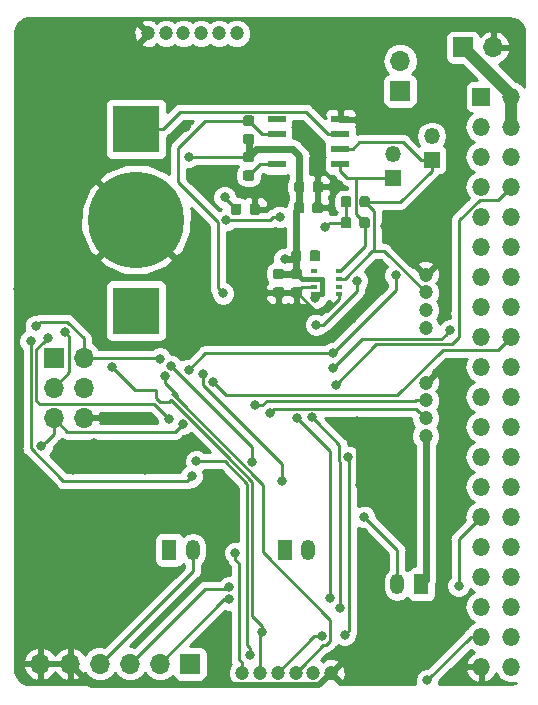
<source format=gbr>
G04 #@! TF.GenerationSoftware,KiCad,Pcbnew,(5.0.0)*
G04 #@! TF.CreationDate,2020-04-02T10:34:19-07:00*
G04 #@! TF.ProjectId,controlBoard_rev05a,636F6E74726F6C426F6172645F726576,rev?*
G04 #@! TF.SameCoordinates,Original*
G04 #@! TF.FileFunction,Copper,L2,Bot,Signal*
G04 #@! TF.FilePolarity,Positive*
%FSLAX46Y46*%
G04 Gerber Fmt 4.6, Leading zero omitted, Abs format (unit mm)*
G04 Created by KiCad (PCBNEW (5.0.0)) date 04/02/20 10:34:19*
%MOMM*%
%LPD*%
G01*
G04 APERTURE LIST*
G04 #@! TA.AperFunction,Conductor*
%ADD10C,0.100000*%
G04 #@! TD*
G04 #@! TA.AperFunction,SMDPad,CuDef*
%ADD11C,0.875000*%
G04 #@! TD*
G04 #@! TA.AperFunction,ComponentPad*
%ADD12R,1.700000X1.700000*%
G04 #@! TD*
G04 #@! TA.AperFunction,ComponentPad*
%ADD13O,1.700000X1.700000*%
G04 #@! TD*
G04 #@! TA.AperFunction,ComponentPad*
%ADD14O,1.350000X1.350000*%
G04 #@! TD*
G04 #@! TA.AperFunction,ComponentPad*
%ADD15R,1.350000X1.350000*%
G04 #@! TD*
G04 #@! TA.AperFunction,ComponentPad*
%ADD16C,1.200000*%
G04 #@! TD*
G04 #@! TA.AperFunction,ComponentPad*
%ADD17R,1.500000X1.500000*%
G04 #@! TD*
G04 #@! TA.AperFunction,ComponentPad*
%ADD18O,1.500000X1.500000*%
G04 #@! TD*
G04 #@! TA.AperFunction,BGAPad,CuDef*
%ADD19C,8.130000*%
G04 #@! TD*
G04 #@! TA.AperFunction,SMDPad,CuDef*
%ADD20R,4.000000X4.000000*%
G04 #@! TD*
G04 #@! TA.AperFunction,ComponentPad*
%ADD21O,1.200000X1.750000*%
G04 #@! TD*
G04 #@! TA.AperFunction,ComponentPad*
%ADD22R,1.200000X1.750000*%
G04 #@! TD*
G04 #@! TA.AperFunction,SMDPad,CuDef*
%ADD23R,0.500000X0.350000*%
G04 #@! TD*
G04 #@! TA.AperFunction,SMDPad,CuDef*
%ADD24R,1.550000X0.600000*%
G04 #@! TD*
G04 #@! TA.AperFunction,ViaPad*
%ADD25C,0.800000*%
G04 #@! TD*
G04 #@! TA.AperFunction,Conductor*
%ADD26C,0.250000*%
G04 #@! TD*
G04 #@! TA.AperFunction,Conductor*
%ADD27C,0.500000*%
G04 #@! TD*
G04 #@! TA.AperFunction,Conductor*
%ADD28C,0.600000*%
G04 #@! TD*
G04 #@! TA.AperFunction,Conductor*
%ADD29C,0.400000*%
G04 #@! TD*
G04 #@! TA.AperFunction,Conductor*
%ADD30C,1.000000*%
G04 #@! TD*
G04 #@! TA.AperFunction,Conductor*
%ADD31C,0.254000*%
G04 #@! TD*
G04 APERTURE END LIST*
D10*
G04 #@! TO.N,CS*
G04 #@! TO.C,R3*
G36*
X19645691Y-16417053D02*
X19666926Y-16420203D01*
X19687750Y-16425419D01*
X19707962Y-16432651D01*
X19727368Y-16441830D01*
X19745781Y-16452866D01*
X19763024Y-16465654D01*
X19778930Y-16480070D01*
X19793346Y-16495976D01*
X19806134Y-16513219D01*
X19817170Y-16531632D01*
X19826349Y-16551038D01*
X19833581Y-16571250D01*
X19838797Y-16592074D01*
X19841947Y-16613309D01*
X19843000Y-16634750D01*
X19843000Y-17147250D01*
X19841947Y-17168691D01*
X19838797Y-17189926D01*
X19833581Y-17210750D01*
X19826349Y-17230962D01*
X19817170Y-17250368D01*
X19806134Y-17268781D01*
X19793346Y-17286024D01*
X19778930Y-17301930D01*
X19763024Y-17316346D01*
X19745781Y-17329134D01*
X19727368Y-17340170D01*
X19707962Y-17349349D01*
X19687750Y-17356581D01*
X19666926Y-17361797D01*
X19645691Y-17364947D01*
X19624250Y-17366000D01*
X19186750Y-17366000D01*
X19165309Y-17364947D01*
X19144074Y-17361797D01*
X19123250Y-17356581D01*
X19103038Y-17349349D01*
X19083632Y-17340170D01*
X19065219Y-17329134D01*
X19047976Y-17316346D01*
X19032070Y-17301930D01*
X19017654Y-17286024D01*
X19004866Y-17268781D01*
X18993830Y-17250368D01*
X18984651Y-17230962D01*
X18977419Y-17210750D01*
X18972203Y-17189926D01*
X18969053Y-17168691D01*
X18968000Y-17147250D01*
X18968000Y-16634750D01*
X18969053Y-16613309D01*
X18972203Y-16592074D01*
X18977419Y-16571250D01*
X18984651Y-16551038D01*
X18993830Y-16531632D01*
X19004866Y-16513219D01*
X19017654Y-16495976D01*
X19032070Y-16480070D01*
X19047976Y-16465654D01*
X19065219Y-16452866D01*
X19083632Y-16441830D01*
X19103038Y-16432651D01*
X19123250Y-16425419D01*
X19144074Y-16420203D01*
X19165309Y-16417053D01*
X19186750Y-16416000D01*
X19624250Y-16416000D01*
X19645691Y-16417053D01*
X19645691Y-16417053D01*
G37*
D11*
G04 #@! TD*
G04 #@! TO.P,R3,1*
G04 #@! TO.N,CS*
X19405500Y-16891000D03*
D10*
G04 #@! TO.N,GND*
G04 #@! TO.C,R3*
G36*
X21220691Y-16417053D02*
X21241926Y-16420203D01*
X21262750Y-16425419D01*
X21282962Y-16432651D01*
X21302368Y-16441830D01*
X21320781Y-16452866D01*
X21338024Y-16465654D01*
X21353930Y-16480070D01*
X21368346Y-16495976D01*
X21381134Y-16513219D01*
X21392170Y-16531632D01*
X21401349Y-16551038D01*
X21408581Y-16571250D01*
X21413797Y-16592074D01*
X21416947Y-16613309D01*
X21418000Y-16634750D01*
X21418000Y-17147250D01*
X21416947Y-17168691D01*
X21413797Y-17189926D01*
X21408581Y-17210750D01*
X21401349Y-17230962D01*
X21392170Y-17250368D01*
X21381134Y-17268781D01*
X21368346Y-17286024D01*
X21353930Y-17301930D01*
X21338024Y-17316346D01*
X21320781Y-17329134D01*
X21302368Y-17340170D01*
X21282962Y-17349349D01*
X21262750Y-17356581D01*
X21241926Y-17361797D01*
X21220691Y-17364947D01*
X21199250Y-17366000D01*
X20761750Y-17366000D01*
X20740309Y-17364947D01*
X20719074Y-17361797D01*
X20698250Y-17356581D01*
X20678038Y-17349349D01*
X20658632Y-17340170D01*
X20640219Y-17329134D01*
X20622976Y-17316346D01*
X20607070Y-17301930D01*
X20592654Y-17286024D01*
X20579866Y-17268781D01*
X20568830Y-17250368D01*
X20559651Y-17230962D01*
X20552419Y-17210750D01*
X20547203Y-17189926D01*
X20544053Y-17168691D01*
X20543000Y-17147250D01*
X20543000Y-16634750D01*
X20544053Y-16613309D01*
X20547203Y-16592074D01*
X20552419Y-16571250D01*
X20559651Y-16551038D01*
X20568830Y-16531632D01*
X20579866Y-16513219D01*
X20592654Y-16495976D01*
X20607070Y-16480070D01*
X20622976Y-16465654D01*
X20640219Y-16452866D01*
X20658632Y-16441830D01*
X20678038Y-16432651D01*
X20698250Y-16425419D01*
X20719074Y-16420203D01*
X20740309Y-16417053D01*
X20761750Y-16416000D01*
X21199250Y-16416000D01*
X21220691Y-16417053D01*
X21220691Y-16417053D01*
G37*
D11*
G04 #@! TD*
G04 #@! TO.P,R3,2*
G04 #@! TO.N,GND*
X20980500Y-16891000D03*
D12*
G04 #@! TO.P,C5,1*
G04 #@! TO.N,Vpi*
X38608000Y-3175000D03*
D13*
G04 #@! TO.P,C5,2*
G04 #@! TO.N,GND*
X41148000Y-3175000D03*
G04 #@! TD*
D14*
G04 #@! TO.P,J5,2*
G04 #@! TO.N,/Pi_SDA*
X35941000Y-10700000D03*
D15*
G04 #@! TO.P,J5,1*
G04 #@! TO.N,SDA*
X35941000Y-12700000D03*
G04 #@! TD*
G04 #@! TO.P,J8,1*
G04 #@! TO.N,SCL*
X32639000Y-14224000D03*
D14*
G04 #@! TO.P,J8,2*
G04 #@! TO.N,/Pi_SCL*
X32639000Y-12224000D03*
G04 #@! TD*
D16*
G04 #@! TO.P,J7,4*
G04 #@! TO.N,GND*
X35433000Y-31568000D03*
G04 #@! TO.P,J7,3*
G04 #@! TO.N,SDA*
X35433000Y-33068000D03*
G04 #@! TO.P,J7,2*
G04 #@! TO.N,SCL*
X35433000Y-34568000D03*
G04 #@! TO.P,J7,1*
G04 #@! TO.N,3.3V_out*
X35433000Y-36068000D03*
G04 #@! TD*
G04 #@! TO.P,J6,1*
G04 #@! TO.N,3.3V_out*
X35433000Y-26924000D03*
G04 #@! TO.P,J6,2*
G04 #@! TO.N,SCL*
X35433000Y-25424000D03*
G04 #@! TO.P,J6,3*
G04 #@! TO.N,SDA*
X35433000Y-23924000D03*
G04 #@! TO.P,J6,4*
G04 #@! TO.N,GND*
X35433000Y-22424000D03*
G04 #@! TD*
D12*
G04 #@! TO.P,U8,1*
G04 #@! TO.N,Net-(C18-Pad1)*
X15494000Y-55372000D03*
D13*
G04 #@! TO.P,U8,2*
G04 #@! TO.N,TXD*
X12954000Y-55372000D03*
G04 #@! TO.P,U8,3*
G04 #@! TO.N,RXD*
X10414000Y-55372000D03*
G04 #@! TO.P,U8,4*
G04 #@! TO.N,3.3V_ARD*
X7874000Y-55372000D03*
G04 #@! TO.P,U8,5*
G04 #@! TO.N,GND*
X5334000Y-55372000D03*
G04 #@! TO.P,U8,6*
X2794000Y-55372000D03*
G04 #@! TD*
D17*
G04 #@! TO.P,U5,1*
G04 #@! TO.N,Net-(U5-Pad1)*
X40132000Y-7366000D03*
D18*
G04 #@! TO.P,U5,2*
G04 #@! TO.N,/Pi_SDA*
X40132000Y-9906000D03*
G04 #@! TO.P,U5,3*
G04 #@! TO.N,/Pi_SCL*
X40132000Y-12446000D03*
G04 #@! TO.P,U5,4*
G04 #@! TO.N,Net-(U5-Pad4)*
X40132000Y-14986000D03*
G04 #@! TO.P,U5,5*
G04 #@! TO.N,GND*
X40132000Y-17526000D03*
G04 #@! TO.P,U5,6*
G04 #@! TO.N,3.3V_CTL*
X40132000Y-20066000D03*
G04 #@! TO.P,U5,7*
G04 #@! TO.N,Net-(U5-Pad7)*
X40132000Y-22606000D03*
G04 #@! TO.P,U5,8*
G04 #@! TO.N,Net-(U5-Pad8)*
X40132000Y-25146000D03*
G04 #@! TO.P,U5,9*
G04 #@! TO.N,Net-(U5-Pad9)*
X40132000Y-27686000D03*
G04 #@! TO.P,U5,10*
G04 #@! TO.N,Net-(U5-Pad10)*
X40132000Y-30226000D03*
G04 #@! TO.P,U5,11*
G04 #@! TO.N,Net-(U5-Pad11)*
X40132000Y-32766000D03*
G04 #@! TO.P,U5,12*
G04 #@! TO.N,LED_EN2*
X40132000Y-35306000D03*
G04 #@! TO.P,U5,13*
G04 #@! TO.N,Net-(U5-Pad13)*
X40132000Y-37846000D03*
G04 #@! TO.P,U5,14*
G04 #@! TO.N,Net-(U5-Pad14)*
X40132000Y-40386000D03*
G04 #@! TO.P,U5,15*
G04 #@! TO.N,PUSH*
X40132000Y-42926000D03*
G04 #@! TO.P,U5,16*
G04 #@! TO.N,PUSH2*
X40132000Y-45466000D03*
G04 #@! TO.P,U5,17*
G04 #@! TO.N,LED_EN*
X40132000Y-48006000D03*
G04 #@! TO.P,U5,18*
G04 #@! TO.N,Torch*
X40132000Y-50546000D03*
G04 #@! TO.P,U5,19*
G04 #@! TO.N,Flash*
X40132000Y-53086000D03*
G04 #@! TO.P,U5,20*
G04 #@! TO.N,GND*
X40132000Y-55626000D03*
G04 #@! TO.P,U5,21*
G04 #@! TO.N,Net-(D7-Pad2)*
X42672000Y-55626000D03*
G04 #@! TO.P,U5,22*
G04 #@! TO.N,Net-(U5-Pad22)*
X42672000Y-53086000D03*
G04 #@! TO.P,U5,23*
G04 #@! TO.N,Net-(U5-Pad23)*
X42672000Y-50546000D03*
G04 #@! TO.P,U5,24*
G04 #@! TO.N,GND*
X42672000Y-48006000D03*
G04 #@! TO.P,U5,25*
G04 #@! TO.N,FAN_CTL*
X42672000Y-45466000D03*
G04 #@! TO.P,U5,26*
G04 #@! TO.N,Net-(U5-Pad26)*
X42672000Y-42926000D03*
G04 #@! TO.P,U5,27*
G04 #@! TO.N,Net-(U5-Pad27)*
X42672000Y-40386000D03*
G04 #@! TO.P,U5,28*
G04 #@! TO.N,Net-(U5-Pad28)*
X42672000Y-37846000D03*
G04 #@! TO.P,U5,29*
G04 #@! TO.N,Net-(U5-Pad29)*
X42672000Y-35306000D03*
G04 #@! TO.P,U5,30*
G04 #@! TO.N,Net-(U5-Pad30)*
X42672000Y-32766000D03*
G04 #@! TO.P,U5,31*
G04 #@! TO.N,Net-(U5-Pad31)*
X42672000Y-30226000D03*
G04 #@! TO.P,U5,32*
G04 #@! TO.N,PI_SIG*
X42672000Y-27686000D03*
G04 #@! TO.P,U5,33*
G04 #@! TO.N,RST*
X42672000Y-25146000D03*
G04 #@! TO.P,U5,34*
G04 #@! TO.N,Net-(U5-Pad34)*
X42672000Y-22606000D03*
G04 #@! TO.P,U5,35*
G04 #@! TO.N,Net-(U5-Pad35)*
X42672000Y-20066000D03*
G04 #@! TO.P,U5,36*
G04 #@! TO.N,Net-(R11-Pad2)*
X42672000Y-17526000D03*
G04 #@! TO.P,U5,37*
G04 #@! TO.N,Net-(R5-Pad2)*
X42672000Y-14986000D03*
G04 #@! TO.P,U5,38*
G04 #@! TO.N,GND*
X42672000Y-12446000D03*
G04 #@! TO.P,U5,39*
G04 #@! TO.N,Vpi*
X42672000Y-9906000D03*
G04 #@! TO.P,U5,40*
X42672000Y-7366000D03*
G04 #@! TD*
D19*
G04 #@! TO.P,U7,1*
G04 #@! TO.N,GND*
X10922000Y-17780000D03*
D20*
G04 #@! TO.P,U7,2*
G04 #@! TO.N,Net-(U7-Pad2)*
X10922000Y-25475000D03*
G04 #@! TO.P,U7,3*
G04 #@! TO.N,Net-(U7-Pad3)*
X10922000Y-10085000D03*
G04 #@! TD*
D16*
G04 #@! TO.P,J4,1*
G04 #@! TO.N,GND*
X27432000Y-56134000D03*
G04 #@! TO.P,J4,2*
G04 #@! TO.N,I_LED*
X25932000Y-56134000D03*
G04 #@! TO.P,J4,3*
G04 #@! TO.N,Flash*
X24432000Y-56134000D03*
G04 #@! TO.P,J4,4*
G04 #@! TO.N,Torch*
X22932000Y-56134000D03*
G04 #@! TO.P,J4,5*
G04 #@! TO.N,LED_EN*
X21432000Y-56134000D03*
G04 #@! TO.P,J4,6*
G04 #@! TO.N,LED_EN2*
X19932000Y-56134000D03*
G04 #@! TD*
D10*
G04 #@! TO.N,3.3V_out*
G04 #@! TO.C,C15*
G36*
X24788691Y-21915553D02*
X24809926Y-21918703D01*
X24830750Y-21923919D01*
X24850962Y-21931151D01*
X24870368Y-21940330D01*
X24888781Y-21951366D01*
X24906024Y-21964154D01*
X24921930Y-21978570D01*
X24936346Y-21994476D01*
X24949134Y-22011719D01*
X24960170Y-22030132D01*
X24969349Y-22049538D01*
X24976581Y-22069750D01*
X24981797Y-22090574D01*
X24984947Y-22111809D01*
X24986000Y-22133250D01*
X24986000Y-22570750D01*
X24984947Y-22592191D01*
X24981797Y-22613426D01*
X24976581Y-22634250D01*
X24969349Y-22654462D01*
X24960170Y-22673868D01*
X24949134Y-22692281D01*
X24936346Y-22709524D01*
X24921930Y-22725430D01*
X24906024Y-22739846D01*
X24888781Y-22752634D01*
X24870368Y-22763670D01*
X24850962Y-22772849D01*
X24830750Y-22780081D01*
X24809926Y-22785297D01*
X24788691Y-22788447D01*
X24767250Y-22789500D01*
X24254750Y-22789500D01*
X24233309Y-22788447D01*
X24212074Y-22785297D01*
X24191250Y-22780081D01*
X24171038Y-22772849D01*
X24151632Y-22763670D01*
X24133219Y-22752634D01*
X24115976Y-22739846D01*
X24100070Y-22725430D01*
X24085654Y-22709524D01*
X24072866Y-22692281D01*
X24061830Y-22673868D01*
X24052651Y-22654462D01*
X24045419Y-22634250D01*
X24040203Y-22613426D01*
X24037053Y-22592191D01*
X24036000Y-22570750D01*
X24036000Y-22133250D01*
X24037053Y-22111809D01*
X24040203Y-22090574D01*
X24045419Y-22069750D01*
X24052651Y-22049538D01*
X24061830Y-22030132D01*
X24072866Y-22011719D01*
X24085654Y-21994476D01*
X24100070Y-21978570D01*
X24115976Y-21964154D01*
X24133219Y-21951366D01*
X24151632Y-21940330D01*
X24171038Y-21931151D01*
X24191250Y-21923919D01*
X24212074Y-21918703D01*
X24233309Y-21915553D01*
X24254750Y-21914500D01*
X24767250Y-21914500D01*
X24788691Y-21915553D01*
X24788691Y-21915553D01*
G37*
D11*
G04 #@! TD*
G04 #@! TO.P,C15,1*
G04 #@! TO.N,3.3V_out*
X24511000Y-22352000D03*
D10*
G04 #@! TO.N,GND*
G04 #@! TO.C,C15*
G36*
X24788691Y-23490553D02*
X24809926Y-23493703D01*
X24830750Y-23498919D01*
X24850962Y-23506151D01*
X24870368Y-23515330D01*
X24888781Y-23526366D01*
X24906024Y-23539154D01*
X24921930Y-23553570D01*
X24936346Y-23569476D01*
X24949134Y-23586719D01*
X24960170Y-23605132D01*
X24969349Y-23624538D01*
X24976581Y-23644750D01*
X24981797Y-23665574D01*
X24984947Y-23686809D01*
X24986000Y-23708250D01*
X24986000Y-24145750D01*
X24984947Y-24167191D01*
X24981797Y-24188426D01*
X24976581Y-24209250D01*
X24969349Y-24229462D01*
X24960170Y-24248868D01*
X24949134Y-24267281D01*
X24936346Y-24284524D01*
X24921930Y-24300430D01*
X24906024Y-24314846D01*
X24888781Y-24327634D01*
X24870368Y-24338670D01*
X24850962Y-24347849D01*
X24830750Y-24355081D01*
X24809926Y-24360297D01*
X24788691Y-24363447D01*
X24767250Y-24364500D01*
X24254750Y-24364500D01*
X24233309Y-24363447D01*
X24212074Y-24360297D01*
X24191250Y-24355081D01*
X24171038Y-24347849D01*
X24151632Y-24338670D01*
X24133219Y-24327634D01*
X24115976Y-24314846D01*
X24100070Y-24300430D01*
X24085654Y-24284524D01*
X24072866Y-24267281D01*
X24061830Y-24248868D01*
X24052651Y-24229462D01*
X24045419Y-24209250D01*
X24040203Y-24188426D01*
X24037053Y-24167191D01*
X24036000Y-24145750D01*
X24036000Y-23708250D01*
X24037053Y-23686809D01*
X24040203Y-23665574D01*
X24045419Y-23644750D01*
X24052651Y-23624538D01*
X24061830Y-23605132D01*
X24072866Y-23586719D01*
X24085654Y-23569476D01*
X24100070Y-23553570D01*
X24115976Y-23539154D01*
X24133219Y-23526366D01*
X24151632Y-23515330D01*
X24171038Y-23506151D01*
X24191250Y-23498919D01*
X24212074Y-23493703D01*
X24233309Y-23490553D01*
X24254750Y-23489500D01*
X24767250Y-23489500D01*
X24788691Y-23490553D01*
X24788691Y-23490553D01*
G37*
D11*
G04 #@! TD*
G04 #@! TO.P,C15,2*
G04 #@! TO.N,GND*
X24511000Y-23927000D03*
D10*
G04 #@! TO.N,GND*
G04 #@! TO.C,C12*
G36*
X26554691Y-14512053D02*
X26575926Y-14515203D01*
X26596750Y-14520419D01*
X26616962Y-14527651D01*
X26636368Y-14536830D01*
X26654781Y-14547866D01*
X26672024Y-14560654D01*
X26687930Y-14575070D01*
X26702346Y-14590976D01*
X26715134Y-14608219D01*
X26726170Y-14626632D01*
X26735349Y-14646038D01*
X26742581Y-14666250D01*
X26747797Y-14687074D01*
X26750947Y-14708309D01*
X26752000Y-14729750D01*
X26752000Y-15242250D01*
X26750947Y-15263691D01*
X26747797Y-15284926D01*
X26742581Y-15305750D01*
X26735349Y-15325962D01*
X26726170Y-15345368D01*
X26715134Y-15363781D01*
X26702346Y-15381024D01*
X26687930Y-15396930D01*
X26672024Y-15411346D01*
X26654781Y-15424134D01*
X26636368Y-15435170D01*
X26616962Y-15444349D01*
X26596750Y-15451581D01*
X26575926Y-15456797D01*
X26554691Y-15459947D01*
X26533250Y-15461000D01*
X26095750Y-15461000D01*
X26074309Y-15459947D01*
X26053074Y-15456797D01*
X26032250Y-15451581D01*
X26012038Y-15444349D01*
X25992632Y-15435170D01*
X25974219Y-15424134D01*
X25956976Y-15411346D01*
X25941070Y-15396930D01*
X25926654Y-15381024D01*
X25913866Y-15363781D01*
X25902830Y-15345368D01*
X25893651Y-15325962D01*
X25886419Y-15305750D01*
X25881203Y-15284926D01*
X25878053Y-15263691D01*
X25877000Y-15242250D01*
X25877000Y-14729750D01*
X25878053Y-14708309D01*
X25881203Y-14687074D01*
X25886419Y-14666250D01*
X25893651Y-14646038D01*
X25902830Y-14626632D01*
X25913866Y-14608219D01*
X25926654Y-14590976D01*
X25941070Y-14575070D01*
X25956976Y-14560654D01*
X25974219Y-14547866D01*
X25992632Y-14536830D01*
X26012038Y-14527651D01*
X26032250Y-14520419D01*
X26053074Y-14515203D01*
X26074309Y-14512053D01*
X26095750Y-14511000D01*
X26533250Y-14511000D01*
X26554691Y-14512053D01*
X26554691Y-14512053D01*
G37*
D11*
G04 #@! TD*
G04 #@! TO.P,C12,2*
G04 #@! TO.N,GND*
X26314500Y-14986000D03*
D10*
G04 #@! TO.N,3.3V_out*
G04 #@! TO.C,C12*
G36*
X24979691Y-14512053D02*
X25000926Y-14515203D01*
X25021750Y-14520419D01*
X25041962Y-14527651D01*
X25061368Y-14536830D01*
X25079781Y-14547866D01*
X25097024Y-14560654D01*
X25112930Y-14575070D01*
X25127346Y-14590976D01*
X25140134Y-14608219D01*
X25151170Y-14626632D01*
X25160349Y-14646038D01*
X25167581Y-14666250D01*
X25172797Y-14687074D01*
X25175947Y-14708309D01*
X25177000Y-14729750D01*
X25177000Y-15242250D01*
X25175947Y-15263691D01*
X25172797Y-15284926D01*
X25167581Y-15305750D01*
X25160349Y-15325962D01*
X25151170Y-15345368D01*
X25140134Y-15363781D01*
X25127346Y-15381024D01*
X25112930Y-15396930D01*
X25097024Y-15411346D01*
X25079781Y-15424134D01*
X25061368Y-15435170D01*
X25041962Y-15444349D01*
X25021750Y-15451581D01*
X25000926Y-15456797D01*
X24979691Y-15459947D01*
X24958250Y-15461000D01*
X24520750Y-15461000D01*
X24499309Y-15459947D01*
X24478074Y-15456797D01*
X24457250Y-15451581D01*
X24437038Y-15444349D01*
X24417632Y-15435170D01*
X24399219Y-15424134D01*
X24381976Y-15411346D01*
X24366070Y-15396930D01*
X24351654Y-15381024D01*
X24338866Y-15363781D01*
X24327830Y-15345368D01*
X24318651Y-15325962D01*
X24311419Y-15305750D01*
X24306203Y-15284926D01*
X24303053Y-15263691D01*
X24302000Y-15242250D01*
X24302000Y-14729750D01*
X24303053Y-14708309D01*
X24306203Y-14687074D01*
X24311419Y-14666250D01*
X24318651Y-14646038D01*
X24327830Y-14626632D01*
X24338866Y-14608219D01*
X24351654Y-14590976D01*
X24366070Y-14575070D01*
X24381976Y-14560654D01*
X24399219Y-14547866D01*
X24417632Y-14536830D01*
X24437038Y-14527651D01*
X24457250Y-14520419D01*
X24478074Y-14515203D01*
X24499309Y-14512053D01*
X24520750Y-14511000D01*
X24958250Y-14511000D01*
X24979691Y-14512053D01*
X24979691Y-14512053D01*
G37*
D11*
G04 #@! TD*
G04 #@! TO.P,C12,1*
G04 #@! TO.N,3.3V_out*
X24739500Y-14986000D03*
D10*
G04 #@! TO.N,3.3V_out*
G04 #@! TO.C,C11*
G36*
X24954191Y-16290053D02*
X24975426Y-16293203D01*
X24996250Y-16298419D01*
X25016462Y-16305651D01*
X25035868Y-16314830D01*
X25054281Y-16325866D01*
X25071524Y-16338654D01*
X25087430Y-16353070D01*
X25101846Y-16368976D01*
X25114634Y-16386219D01*
X25125670Y-16404632D01*
X25134849Y-16424038D01*
X25142081Y-16444250D01*
X25147297Y-16465074D01*
X25150447Y-16486309D01*
X25151500Y-16507750D01*
X25151500Y-17020250D01*
X25150447Y-17041691D01*
X25147297Y-17062926D01*
X25142081Y-17083750D01*
X25134849Y-17103962D01*
X25125670Y-17123368D01*
X25114634Y-17141781D01*
X25101846Y-17159024D01*
X25087430Y-17174930D01*
X25071524Y-17189346D01*
X25054281Y-17202134D01*
X25035868Y-17213170D01*
X25016462Y-17222349D01*
X24996250Y-17229581D01*
X24975426Y-17234797D01*
X24954191Y-17237947D01*
X24932750Y-17239000D01*
X24495250Y-17239000D01*
X24473809Y-17237947D01*
X24452574Y-17234797D01*
X24431750Y-17229581D01*
X24411538Y-17222349D01*
X24392132Y-17213170D01*
X24373719Y-17202134D01*
X24356476Y-17189346D01*
X24340570Y-17174930D01*
X24326154Y-17159024D01*
X24313366Y-17141781D01*
X24302330Y-17123368D01*
X24293151Y-17103962D01*
X24285919Y-17083750D01*
X24280703Y-17062926D01*
X24277553Y-17041691D01*
X24276500Y-17020250D01*
X24276500Y-16507750D01*
X24277553Y-16486309D01*
X24280703Y-16465074D01*
X24285919Y-16444250D01*
X24293151Y-16424038D01*
X24302330Y-16404632D01*
X24313366Y-16386219D01*
X24326154Y-16368976D01*
X24340570Y-16353070D01*
X24356476Y-16338654D01*
X24373719Y-16325866D01*
X24392132Y-16314830D01*
X24411538Y-16305651D01*
X24431750Y-16298419D01*
X24452574Y-16293203D01*
X24473809Y-16290053D01*
X24495250Y-16289000D01*
X24932750Y-16289000D01*
X24954191Y-16290053D01*
X24954191Y-16290053D01*
G37*
D11*
G04 #@! TD*
G04 #@! TO.P,C11,1*
G04 #@! TO.N,3.3V_out*
X24714000Y-16764000D03*
D10*
G04 #@! TO.N,GND*
G04 #@! TO.C,C11*
G36*
X26529191Y-16290053D02*
X26550426Y-16293203D01*
X26571250Y-16298419D01*
X26591462Y-16305651D01*
X26610868Y-16314830D01*
X26629281Y-16325866D01*
X26646524Y-16338654D01*
X26662430Y-16353070D01*
X26676846Y-16368976D01*
X26689634Y-16386219D01*
X26700670Y-16404632D01*
X26709849Y-16424038D01*
X26717081Y-16444250D01*
X26722297Y-16465074D01*
X26725447Y-16486309D01*
X26726500Y-16507750D01*
X26726500Y-17020250D01*
X26725447Y-17041691D01*
X26722297Y-17062926D01*
X26717081Y-17083750D01*
X26709849Y-17103962D01*
X26700670Y-17123368D01*
X26689634Y-17141781D01*
X26676846Y-17159024D01*
X26662430Y-17174930D01*
X26646524Y-17189346D01*
X26629281Y-17202134D01*
X26610868Y-17213170D01*
X26591462Y-17222349D01*
X26571250Y-17229581D01*
X26550426Y-17234797D01*
X26529191Y-17237947D01*
X26507750Y-17239000D01*
X26070250Y-17239000D01*
X26048809Y-17237947D01*
X26027574Y-17234797D01*
X26006750Y-17229581D01*
X25986538Y-17222349D01*
X25967132Y-17213170D01*
X25948719Y-17202134D01*
X25931476Y-17189346D01*
X25915570Y-17174930D01*
X25901154Y-17159024D01*
X25888366Y-17141781D01*
X25877330Y-17123368D01*
X25868151Y-17103962D01*
X25860919Y-17083750D01*
X25855703Y-17062926D01*
X25852553Y-17041691D01*
X25851500Y-17020250D01*
X25851500Y-16507750D01*
X25852553Y-16486309D01*
X25855703Y-16465074D01*
X25860919Y-16444250D01*
X25868151Y-16424038D01*
X25877330Y-16404632D01*
X25888366Y-16386219D01*
X25901154Y-16368976D01*
X25915570Y-16353070D01*
X25931476Y-16338654D01*
X25948719Y-16325866D01*
X25967132Y-16314830D01*
X25986538Y-16305651D01*
X26006750Y-16298419D01*
X26027574Y-16293203D01*
X26048809Y-16290053D01*
X26070250Y-16289000D01*
X26507750Y-16289000D01*
X26529191Y-16290053D01*
X26529191Y-16290053D01*
G37*
D11*
G04 #@! TD*
G04 #@! TO.P,C11,2*
G04 #@! TO.N,GND*
X26289000Y-16764000D03*
D10*
G04 #@! TO.N,3.3V_out*
G04 #@! TO.C,C16*
G36*
X23264691Y-21915553D02*
X23285926Y-21918703D01*
X23306750Y-21923919D01*
X23326962Y-21931151D01*
X23346368Y-21940330D01*
X23364781Y-21951366D01*
X23382024Y-21964154D01*
X23397930Y-21978570D01*
X23412346Y-21994476D01*
X23425134Y-22011719D01*
X23436170Y-22030132D01*
X23445349Y-22049538D01*
X23452581Y-22069750D01*
X23457797Y-22090574D01*
X23460947Y-22111809D01*
X23462000Y-22133250D01*
X23462000Y-22570750D01*
X23460947Y-22592191D01*
X23457797Y-22613426D01*
X23452581Y-22634250D01*
X23445349Y-22654462D01*
X23436170Y-22673868D01*
X23425134Y-22692281D01*
X23412346Y-22709524D01*
X23397930Y-22725430D01*
X23382024Y-22739846D01*
X23364781Y-22752634D01*
X23346368Y-22763670D01*
X23326962Y-22772849D01*
X23306750Y-22780081D01*
X23285926Y-22785297D01*
X23264691Y-22788447D01*
X23243250Y-22789500D01*
X22730750Y-22789500D01*
X22709309Y-22788447D01*
X22688074Y-22785297D01*
X22667250Y-22780081D01*
X22647038Y-22772849D01*
X22627632Y-22763670D01*
X22609219Y-22752634D01*
X22591976Y-22739846D01*
X22576070Y-22725430D01*
X22561654Y-22709524D01*
X22548866Y-22692281D01*
X22537830Y-22673868D01*
X22528651Y-22654462D01*
X22521419Y-22634250D01*
X22516203Y-22613426D01*
X22513053Y-22592191D01*
X22512000Y-22570750D01*
X22512000Y-22133250D01*
X22513053Y-22111809D01*
X22516203Y-22090574D01*
X22521419Y-22069750D01*
X22528651Y-22049538D01*
X22537830Y-22030132D01*
X22548866Y-22011719D01*
X22561654Y-21994476D01*
X22576070Y-21978570D01*
X22591976Y-21964154D01*
X22609219Y-21951366D01*
X22627632Y-21940330D01*
X22647038Y-21931151D01*
X22667250Y-21923919D01*
X22688074Y-21918703D01*
X22709309Y-21915553D01*
X22730750Y-21914500D01*
X23243250Y-21914500D01*
X23264691Y-21915553D01*
X23264691Y-21915553D01*
G37*
D11*
G04 #@! TD*
G04 #@! TO.P,C16,1*
G04 #@! TO.N,3.3V_out*
X22987000Y-22352000D03*
D10*
G04 #@! TO.N,GND*
G04 #@! TO.C,C16*
G36*
X23264691Y-23490553D02*
X23285926Y-23493703D01*
X23306750Y-23498919D01*
X23326962Y-23506151D01*
X23346368Y-23515330D01*
X23364781Y-23526366D01*
X23382024Y-23539154D01*
X23397930Y-23553570D01*
X23412346Y-23569476D01*
X23425134Y-23586719D01*
X23436170Y-23605132D01*
X23445349Y-23624538D01*
X23452581Y-23644750D01*
X23457797Y-23665574D01*
X23460947Y-23686809D01*
X23462000Y-23708250D01*
X23462000Y-24145750D01*
X23460947Y-24167191D01*
X23457797Y-24188426D01*
X23452581Y-24209250D01*
X23445349Y-24229462D01*
X23436170Y-24248868D01*
X23425134Y-24267281D01*
X23412346Y-24284524D01*
X23397930Y-24300430D01*
X23382024Y-24314846D01*
X23364781Y-24327634D01*
X23346368Y-24338670D01*
X23326962Y-24347849D01*
X23306750Y-24355081D01*
X23285926Y-24360297D01*
X23264691Y-24363447D01*
X23243250Y-24364500D01*
X22730750Y-24364500D01*
X22709309Y-24363447D01*
X22688074Y-24360297D01*
X22667250Y-24355081D01*
X22647038Y-24347849D01*
X22627632Y-24338670D01*
X22609219Y-24327634D01*
X22591976Y-24314846D01*
X22576070Y-24300430D01*
X22561654Y-24284524D01*
X22548866Y-24267281D01*
X22537830Y-24248868D01*
X22528651Y-24229462D01*
X22521419Y-24209250D01*
X22516203Y-24188426D01*
X22513053Y-24167191D01*
X22512000Y-24145750D01*
X22512000Y-23708250D01*
X22513053Y-23686809D01*
X22516203Y-23665574D01*
X22521419Y-23644750D01*
X22528651Y-23624538D01*
X22537830Y-23605132D01*
X22548866Y-23586719D01*
X22561654Y-23569476D01*
X22576070Y-23553570D01*
X22591976Y-23539154D01*
X22609219Y-23526366D01*
X22627632Y-23515330D01*
X22647038Y-23506151D01*
X22667250Y-23498919D01*
X22688074Y-23493703D01*
X22709309Y-23490553D01*
X22730750Y-23489500D01*
X23243250Y-23489500D01*
X23264691Y-23490553D01*
X23264691Y-23490553D01*
G37*
D11*
G04 #@! TD*
G04 #@! TO.P,C16,2*
G04 #@! TO.N,GND*
X22987000Y-23927000D03*
D21*
G04 #@! TO.P,J15,2*
G04 #@! TO.N,Net-(J15-Pad2)*
X33052000Y-48641000D03*
D22*
G04 #@! TO.P,J15,1*
G04 #@! TO.N,3.3V_out*
X35052000Y-48641000D03*
G04 #@! TD*
G04 #@! TO.P,J12,1*
G04 #@! TO.N,PUSH2*
X23495000Y-45720000D03*
D21*
G04 #@! TO.P,J12,2*
G04 #@! TO.N,3.3V_ARD*
X25495000Y-45720000D03*
G04 #@! TD*
D22*
G04 #@! TO.P,J11,1*
G04 #@! TO.N,PUSH*
X13716000Y-45720000D03*
D21*
G04 #@! TO.P,J11,2*
G04 #@! TO.N,3.3V_ARD*
X15716000Y-45720000D03*
G04 #@! TD*
D12*
G04 #@! TO.P,J2,1*
G04 #@! TO.N,Vpi*
X33274000Y-6858000D03*
D13*
G04 #@! TO.P,J2,2*
G04 #@! TO.N,5V*
X33274000Y-4318000D03*
G04 #@! TD*
D12*
G04 #@! TO.P,J1,1*
G04 #@! TO.N,MISO*
X3937000Y-29464000D03*
D13*
G04 #@! TO.P,J1,2*
G04 #@! TO.N,3.3V_ARD*
X6477000Y-29464000D03*
G04 #@! TO.P,J1,3*
G04 #@! TO.N,SCK*
X3937000Y-32004000D03*
G04 #@! TO.P,J1,4*
G04 #@! TO.N,MOSI*
X6477000Y-32004000D03*
G04 #@! TO.P,J1,5*
G04 #@! TO.N,RST*
X3937000Y-34544000D03*
G04 #@! TO.P,J1,6*
G04 #@! TO.N,GND*
X6477000Y-34544000D03*
G04 #@! TD*
D23*
G04 #@! TO.P,U10,4*
G04 #@! TO.N,SCL*
X28076000Y-22139000D03*
G04 #@! TO.P,U10,3*
G04 #@! TO.N,SDA*
X28076000Y-22789000D03*
G04 #@! TO.P,U10,2*
G04 #@! TO.N,Net-(U10-Pad2)*
X28076000Y-23439000D03*
G04 #@! TO.P,U10,1*
G04 #@! TO.N,GND*
X28076000Y-24089000D03*
G04 #@! TO.P,U10,8*
G04 #@! TO.N,3.3V_out*
X26026000Y-24089000D03*
G04 #@! TO.P,U10,7*
G04 #@! TO.N,GND*
X26026000Y-23439000D03*
G04 #@! TO.P,U10,6*
G04 #@! TO.N,3.3V_out*
X26026000Y-22789000D03*
G04 #@! TO.P,U10,5*
G04 #@! TO.N,Net-(R30-Pad2)*
X26026000Y-22139000D03*
G04 #@! TD*
D24*
G04 #@! TO.P,U9,1*
G04 #@! TO.N,Net-(R28-Pad2)*
X22827000Y-13081000D03*
G04 #@! TO.P,U9,2*
G04 #@! TO.N,3.3V_out*
X22827000Y-11811000D03*
G04 #@! TO.P,U9,3*
G04 #@! TO.N,alarm*
X22827000Y-10541000D03*
G04 #@! TO.P,U9,4*
G04 #@! TO.N,Net-(U9-Pad4)*
X22827000Y-9271000D03*
G04 #@! TO.P,U9,5*
G04 #@! TO.N,GND*
X28227000Y-9271000D03*
G04 #@! TO.P,U9,6*
G04 #@! TO.N,Net-(U7-Pad3)*
X28227000Y-10541000D03*
G04 #@! TO.P,U9,7*
G04 #@! TO.N,SDA*
X28227000Y-11811000D03*
G04 #@! TO.P,U9,8*
G04 #@! TO.N,SCL*
X28227000Y-13081000D03*
G04 #@! TD*
D10*
G04 #@! TO.N,SDA*
G04 #@! TO.C,R9*
G36*
X30517191Y-15782053D02*
X30538426Y-15785203D01*
X30559250Y-15790419D01*
X30579462Y-15797651D01*
X30598868Y-15806830D01*
X30617281Y-15817866D01*
X30634524Y-15830654D01*
X30650430Y-15845070D01*
X30664846Y-15860976D01*
X30677634Y-15878219D01*
X30688670Y-15896632D01*
X30697849Y-15916038D01*
X30705081Y-15936250D01*
X30710297Y-15957074D01*
X30713447Y-15978309D01*
X30714500Y-15999750D01*
X30714500Y-16512250D01*
X30713447Y-16533691D01*
X30710297Y-16554926D01*
X30705081Y-16575750D01*
X30697849Y-16595962D01*
X30688670Y-16615368D01*
X30677634Y-16633781D01*
X30664846Y-16651024D01*
X30650430Y-16666930D01*
X30634524Y-16681346D01*
X30617281Y-16694134D01*
X30598868Y-16705170D01*
X30579462Y-16714349D01*
X30559250Y-16721581D01*
X30538426Y-16726797D01*
X30517191Y-16729947D01*
X30495750Y-16731000D01*
X30058250Y-16731000D01*
X30036809Y-16729947D01*
X30015574Y-16726797D01*
X29994750Y-16721581D01*
X29974538Y-16714349D01*
X29955132Y-16705170D01*
X29936719Y-16694134D01*
X29919476Y-16681346D01*
X29903570Y-16666930D01*
X29889154Y-16651024D01*
X29876366Y-16633781D01*
X29865330Y-16615368D01*
X29856151Y-16595962D01*
X29848919Y-16575750D01*
X29843703Y-16554926D01*
X29840553Y-16533691D01*
X29839500Y-16512250D01*
X29839500Y-15999750D01*
X29840553Y-15978309D01*
X29843703Y-15957074D01*
X29848919Y-15936250D01*
X29856151Y-15916038D01*
X29865330Y-15896632D01*
X29876366Y-15878219D01*
X29889154Y-15860976D01*
X29903570Y-15845070D01*
X29919476Y-15830654D01*
X29936719Y-15817866D01*
X29955132Y-15806830D01*
X29974538Y-15797651D01*
X29994750Y-15790419D01*
X30015574Y-15785203D01*
X30036809Y-15782053D01*
X30058250Y-15781000D01*
X30495750Y-15781000D01*
X30517191Y-15782053D01*
X30517191Y-15782053D01*
G37*
D11*
G04 #@! TD*
G04 #@! TO.P,R9,2*
G04 #@! TO.N,SDA*
X30277000Y-16256000D03*
D10*
G04 #@! TO.N,3.3V_ARD*
G04 #@! TO.C,R9*
G36*
X28942191Y-15782053D02*
X28963426Y-15785203D01*
X28984250Y-15790419D01*
X29004462Y-15797651D01*
X29023868Y-15806830D01*
X29042281Y-15817866D01*
X29059524Y-15830654D01*
X29075430Y-15845070D01*
X29089846Y-15860976D01*
X29102634Y-15878219D01*
X29113670Y-15896632D01*
X29122849Y-15916038D01*
X29130081Y-15936250D01*
X29135297Y-15957074D01*
X29138447Y-15978309D01*
X29139500Y-15999750D01*
X29139500Y-16512250D01*
X29138447Y-16533691D01*
X29135297Y-16554926D01*
X29130081Y-16575750D01*
X29122849Y-16595962D01*
X29113670Y-16615368D01*
X29102634Y-16633781D01*
X29089846Y-16651024D01*
X29075430Y-16666930D01*
X29059524Y-16681346D01*
X29042281Y-16694134D01*
X29023868Y-16705170D01*
X29004462Y-16714349D01*
X28984250Y-16721581D01*
X28963426Y-16726797D01*
X28942191Y-16729947D01*
X28920750Y-16731000D01*
X28483250Y-16731000D01*
X28461809Y-16729947D01*
X28440574Y-16726797D01*
X28419750Y-16721581D01*
X28399538Y-16714349D01*
X28380132Y-16705170D01*
X28361719Y-16694134D01*
X28344476Y-16681346D01*
X28328570Y-16666930D01*
X28314154Y-16651024D01*
X28301366Y-16633781D01*
X28290330Y-16615368D01*
X28281151Y-16595962D01*
X28273919Y-16575750D01*
X28268703Y-16554926D01*
X28265553Y-16533691D01*
X28264500Y-16512250D01*
X28264500Y-15999750D01*
X28265553Y-15978309D01*
X28268703Y-15957074D01*
X28273919Y-15936250D01*
X28281151Y-15916038D01*
X28290330Y-15896632D01*
X28301366Y-15878219D01*
X28314154Y-15860976D01*
X28328570Y-15845070D01*
X28344476Y-15830654D01*
X28361719Y-15817866D01*
X28380132Y-15806830D01*
X28399538Y-15797651D01*
X28419750Y-15790419D01*
X28440574Y-15785203D01*
X28461809Y-15782053D01*
X28483250Y-15781000D01*
X28920750Y-15781000D01*
X28942191Y-15782053D01*
X28942191Y-15782053D01*
G37*
D11*
G04 #@! TD*
G04 #@! TO.P,R9,1*
G04 #@! TO.N,3.3V_ARD*
X28702000Y-16256000D03*
D10*
G04 #@! TO.N,3.3V_ARD*
G04 #@! TO.C,R10*
G36*
X28942191Y-17560053D02*
X28963426Y-17563203D01*
X28984250Y-17568419D01*
X29004462Y-17575651D01*
X29023868Y-17584830D01*
X29042281Y-17595866D01*
X29059524Y-17608654D01*
X29075430Y-17623070D01*
X29089846Y-17638976D01*
X29102634Y-17656219D01*
X29113670Y-17674632D01*
X29122849Y-17694038D01*
X29130081Y-17714250D01*
X29135297Y-17735074D01*
X29138447Y-17756309D01*
X29139500Y-17777750D01*
X29139500Y-18290250D01*
X29138447Y-18311691D01*
X29135297Y-18332926D01*
X29130081Y-18353750D01*
X29122849Y-18373962D01*
X29113670Y-18393368D01*
X29102634Y-18411781D01*
X29089846Y-18429024D01*
X29075430Y-18444930D01*
X29059524Y-18459346D01*
X29042281Y-18472134D01*
X29023868Y-18483170D01*
X29004462Y-18492349D01*
X28984250Y-18499581D01*
X28963426Y-18504797D01*
X28942191Y-18507947D01*
X28920750Y-18509000D01*
X28483250Y-18509000D01*
X28461809Y-18507947D01*
X28440574Y-18504797D01*
X28419750Y-18499581D01*
X28399538Y-18492349D01*
X28380132Y-18483170D01*
X28361719Y-18472134D01*
X28344476Y-18459346D01*
X28328570Y-18444930D01*
X28314154Y-18429024D01*
X28301366Y-18411781D01*
X28290330Y-18393368D01*
X28281151Y-18373962D01*
X28273919Y-18353750D01*
X28268703Y-18332926D01*
X28265553Y-18311691D01*
X28264500Y-18290250D01*
X28264500Y-17777750D01*
X28265553Y-17756309D01*
X28268703Y-17735074D01*
X28273919Y-17714250D01*
X28281151Y-17694038D01*
X28290330Y-17674632D01*
X28301366Y-17656219D01*
X28314154Y-17638976D01*
X28328570Y-17623070D01*
X28344476Y-17608654D01*
X28361719Y-17595866D01*
X28380132Y-17584830D01*
X28399538Y-17575651D01*
X28419750Y-17568419D01*
X28440574Y-17563203D01*
X28461809Y-17560053D01*
X28483250Y-17559000D01*
X28920750Y-17559000D01*
X28942191Y-17560053D01*
X28942191Y-17560053D01*
G37*
D11*
G04 #@! TD*
G04 #@! TO.P,R10,1*
G04 #@! TO.N,3.3V_ARD*
X28702000Y-18034000D03*
D10*
G04 #@! TO.N,SCL*
G04 #@! TO.C,R10*
G36*
X30517191Y-17560053D02*
X30538426Y-17563203D01*
X30559250Y-17568419D01*
X30579462Y-17575651D01*
X30598868Y-17584830D01*
X30617281Y-17595866D01*
X30634524Y-17608654D01*
X30650430Y-17623070D01*
X30664846Y-17638976D01*
X30677634Y-17656219D01*
X30688670Y-17674632D01*
X30697849Y-17694038D01*
X30705081Y-17714250D01*
X30710297Y-17735074D01*
X30713447Y-17756309D01*
X30714500Y-17777750D01*
X30714500Y-18290250D01*
X30713447Y-18311691D01*
X30710297Y-18332926D01*
X30705081Y-18353750D01*
X30697849Y-18373962D01*
X30688670Y-18393368D01*
X30677634Y-18411781D01*
X30664846Y-18429024D01*
X30650430Y-18444930D01*
X30634524Y-18459346D01*
X30617281Y-18472134D01*
X30598868Y-18483170D01*
X30579462Y-18492349D01*
X30559250Y-18499581D01*
X30538426Y-18504797D01*
X30517191Y-18507947D01*
X30495750Y-18509000D01*
X30058250Y-18509000D01*
X30036809Y-18507947D01*
X30015574Y-18504797D01*
X29994750Y-18499581D01*
X29974538Y-18492349D01*
X29955132Y-18483170D01*
X29936719Y-18472134D01*
X29919476Y-18459346D01*
X29903570Y-18444930D01*
X29889154Y-18429024D01*
X29876366Y-18411781D01*
X29865330Y-18393368D01*
X29856151Y-18373962D01*
X29848919Y-18353750D01*
X29843703Y-18332926D01*
X29840553Y-18311691D01*
X29839500Y-18290250D01*
X29839500Y-17777750D01*
X29840553Y-17756309D01*
X29843703Y-17735074D01*
X29848919Y-17714250D01*
X29856151Y-17694038D01*
X29865330Y-17674632D01*
X29876366Y-17656219D01*
X29889154Y-17638976D01*
X29903570Y-17623070D01*
X29919476Y-17608654D01*
X29936719Y-17595866D01*
X29955132Y-17584830D01*
X29974538Y-17575651D01*
X29994750Y-17568419D01*
X30015574Y-17563203D01*
X30036809Y-17560053D01*
X30058250Y-17559000D01*
X30495750Y-17559000D01*
X30517191Y-17560053D01*
X30517191Y-17560053D01*
G37*
D11*
G04 #@! TD*
G04 #@! TO.P,R10,2*
G04 #@! TO.N,SCL*
X30277000Y-18034000D03*
D10*
G04 #@! TO.N,3.3V_out*
G04 #@! TO.C,R28*
G36*
X20724691Y-12009553D02*
X20745926Y-12012703D01*
X20766750Y-12017919D01*
X20786962Y-12025151D01*
X20806368Y-12034330D01*
X20824781Y-12045366D01*
X20842024Y-12058154D01*
X20857930Y-12072570D01*
X20872346Y-12088476D01*
X20885134Y-12105719D01*
X20896170Y-12124132D01*
X20905349Y-12143538D01*
X20912581Y-12163750D01*
X20917797Y-12184574D01*
X20920947Y-12205809D01*
X20922000Y-12227250D01*
X20922000Y-12664750D01*
X20920947Y-12686191D01*
X20917797Y-12707426D01*
X20912581Y-12728250D01*
X20905349Y-12748462D01*
X20896170Y-12767868D01*
X20885134Y-12786281D01*
X20872346Y-12803524D01*
X20857930Y-12819430D01*
X20842024Y-12833846D01*
X20824781Y-12846634D01*
X20806368Y-12857670D01*
X20786962Y-12866849D01*
X20766750Y-12874081D01*
X20745926Y-12879297D01*
X20724691Y-12882447D01*
X20703250Y-12883500D01*
X20190750Y-12883500D01*
X20169309Y-12882447D01*
X20148074Y-12879297D01*
X20127250Y-12874081D01*
X20107038Y-12866849D01*
X20087632Y-12857670D01*
X20069219Y-12846634D01*
X20051976Y-12833846D01*
X20036070Y-12819430D01*
X20021654Y-12803524D01*
X20008866Y-12786281D01*
X19997830Y-12767868D01*
X19988651Y-12748462D01*
X19981419Y-12728250D01*
X19976203Y-12707426D01*
X19973053Y-12686191D01*
X19972000Y-12664750D01*
X19972000Y-12227250D01*
X19973053Y-12205809D01*
X19976203Y-12184574D01*
X19981419Y-12163750D01*
X19988651Y-12143538D01*
X19997830Y-12124132D01*
X20008866Y-12105719D01*
X20021654Y-12088476D01*
X20036070Y-12072570D01*
X20051976Y-12058154D01*
X20069219Y-12045366D01*
X20087632Y-12034330D01*
X20107038Y-12025151D01*
X20127250Y-12017919D01*
X20148074Y-12012703D01*
X20169309Y-12009553D01*
X20190750Y-12008500D01*
X20703250Y-12008500D01*
X20724691Y-12009553D01*
X20724691Y-12009553D01*
G37*
D11*
G04 #@! TD*
G04 #@! TO.P,R28,1*
G04 #@! TO.N,3.3V_out*
X20447000Y-12446000D03*
D10*
G04 #@! TO.N,Net-(R28-Pad2)*
G04 #@! TO.C,R28*
G36*
X20724691Y-13584553D02*
X20745926Y-13587703D01*
X20766750Y-13592919D01*
X20786962Y-13600151D01*
X20806368Y-13609330D01*
X20824781Y-13620366D01*
X20842024Y-13633154D01*
X20857930Y-13647570D01*
X20872346Y-13663476D01*
X20885134Y-13680719D01*
X20896170Y-13699132D01*
X20905349Y-13718538D01*
X20912581Y-13738750D01*
X20917797Y-13759574D01*
X20920947Y-13780809D01*
X20922000Y-13802250D01*
X20922000Y-14239750D01*
X20920947Y-14261191D01*
X20917797Y-14282426D01*
X20912581Y-14303250D01*
X20905349Y-14323462D01*
X20896170Y-14342868D01*
X20885134Y-14361281D01*
X20872346Y-14378524D01*
X20857930Y-14394430D01*
X20842024Y-14408846D01*
X20824781Y-14421634D01*
X20806368Y-14432670D01*
X20786962Y-14441849D01*
X20766750Y-14449081D01*
X20745926Y-14454297D01*
X20724691Y-14457447D01*
X20703250Y-14458500D01*
X20190750Y-14458500D01*
X20169309Y-14457447D01*
X20148074Y-14454297D01*
X20127250Y-14449081D01*
X20107038Y-14441849D01*
X20087632Y-14432670D01*
X20069219Y-14421634D01*
X20051976Y-14408846D01*
X20036070Y-14394430D01*
X20021654Y-14378524D01*
X20008866Y-14361281D01*
X19997830Y-14342868D01*
X19988651Y-14323462D01*
X19981419Y-14303250D01*
X19976203Y-14282426D01*
X19973053Y-14261191D01*
X19972000Y-14239750D01*
X19972000Y-13802250D01*
X19973053Y-13780809D01*
X19976203Y-13759574D01*
X19981419Y-13738750D01*
X19988651Y-13718538D01*
X19997830Y-13699132D01*
X20008866Y-13680719D01*
X20021654Y-13663476D01*
X20036070Y-13647570D01*
X20051976Y-13633154D01*
X20069219Y-13620366D01*
X20087632Y-13609330D01*
X20107038Y-13600151D01*
X20127250Y-13592919D01*
X20148074Y-13587703D01*
X20169309Y-13584553D01*
X20190750Y-13583500D01*
X20703250Y-13583500D01*
X20724691Y-13584553D01*
X20724691Y-13584553D01*
G37*
D11*
G04 #@! TD*
G04 #@! TO.P,R28,2*
G04 #@! TO.N,Net-(R28-Pad2)*
X20447000Y-14021000D03*
D10*
G04 #@! TO.N,alarm*
G04 #@! TO.C,R29*
G36*
X20724691Y-8936053D02*
X20745926Y-8939203D01*
X20766750Y-8944419D01*
X20786962Y-8951651D01*
X20806368Y-8960830D01*
X20824781Y-8971866D01*
X20842024Y-8984654D01*
X20857930Y-8999070D01*
X20872346Y-9014976D01*
X20885134Y-9032219D01*
X20896170Y-9050632D01*
X20905349Y-9070038D01*
X20912581Y-9090250D01*
X20917797Y-9111074D01*
X20920947Y-9132309D01*
X20922000Y-9153750D01*
X20922000Y-9591250D01*
X20920947Y-9612691D01*
X20917797Y-9633926D01*
X20912581Y-9654750D01*
X20905349Y-9674962D01*
X20896170Y-9694368D01*
X20885134Y-9712781D01*
X20872346Y-9730024D01*
X20857930Y-9745930D01*
X20842024Y-9760346D01*
X20824781Y-9773134D01*
X20806368Y-9784170D01*
X20786962Y-9793349D01*
X20766750Y-9800581D01*
X20745926Y-9805797D01*
X20724691Y-9808947D01*
X20703250Y-9810000D01*
X20190750Y-9810000D01*
X20169309Y-9808947D01*
X20148074Y-9805797D01*
X20127250Y-9800581D01*
X20107038Y-9793349D01*
X20087632Y-9784170D01*
X20069219Y-9773134D01*
X20051976Y-9760346D01*
X20036070Y-9745930D01*
X20021654Y-9730024D01*
X20008866Y-9712781D01*
X19997830Y-9694368D01*
X19988651Y-9674962D01*
X19981419Y-9654750D01*
X19976203Y-9633926D01*
X19973053Y-9612691D01*
X19972000Y-9591250D01*
X19972000Y-9153750D01*
X19973053Y-9132309D01*
X19976203Y-9111074D01*
X19981419Y-9090250D01*
X19988651Y-9070038D01*
X19997830Y-9050632D01*
X20008866Y-9032219D01*
X20021654Y-9014976D01*
X20036070Y-8999070D01*
X20051976Y-8984654D01*
X20069219Y-8971866D01*
X20087632Y-8960830D01*
X20107038Y-8951651D01*
X20127250Y-8944419D01*
X20148074Y-8939203D01*
X20169309Y-8936053D01*
X20190750Y-8935000D01*
X20703250Y-8935000D01*
X20724691Y-8936053D01*
X20724691Y-8936053D01*
G37*
D11*
G04 #@! TD*
G04 #@! TO.P,R29,2*
G04 #@! TO.N,alarm*
X20447000Y-9372500D03*
D10*
G04 #@! TO.N,3.3V_out*
G04 #@! TO.C,R29*
G36*
X20724691Y-10511053D02*
X20745926Y-10514203D01*
X20766750Y-10519419D01*
X20786962Y-10526651D01*
X20806368Y-10535830D01*
X20824781Y-10546866D01*
X20842024Y-10559654D01*
X20857930Y-10574070D01*
X20872346Y-10589976D01*
X20885134Y-10607219D01*
X20896170Y-10625632D01*
X20905349Y-10645038D01*
X20912581Y-10665250D01*
X20917797Y-10686074D01*
X20920947Y-10707309D01*
X20922000Y-10728750D01*
X20922000Y-11166250D01*
X20920947Y-11187691D01*
X20917797Y-11208926D01*
X20912581Y-11229750D01*
X20905349Y-11249962D01*
X20896170Y-11269368D01*
X20885134Y-11287781D01*
X20872346Y-11305024D01*
X20857930Y-11320930D01*
X20842024Y-11335346D01*
X20824781Y-11348134D01*
X20806368Y-11359170D01*
X20786962Y-11368349D01*
X20766750Y-11375581D01*
X20745926Y-11380797D01*
X20724691Y-11383947D01*
X20703250Y-11385000D01*
X20190750Y-11385000D01*
X20169309Y-11383947D01*
X20148074Y-11380797D01*
X20127250Y-11375581D01*
X20107038Y-11368349D01*
X20087632Y-11359170D01*
X20069219Y-11348134D01*
X20051976Y-11335346D01*
X20036070Y-11320930D01*
X20021654Y-11305024D01*
X20008866Y-11287781D01*
X19997830Y-11269368D01*
X19988651Y-11249962D01*
X19981419Y-11229750D01*
X19976203Y-11208926D01*
X19973053Y-11187691D01*
X19972000Y-11166250D01*
X19972000Y-10728750D01*
X19973053Y-10707309D01*
X19976203Y-10686074D01*
X19981419Y-10665250D01*
X19988651Y-10645038D01*
X19997830Y-10625632D01*
X20008866Y-10607219D01*
X20021654Y-10589976D01*
X20036070Y-10574070D01*
X20051976Y-10559654D01*
X20069219Y-10546866D01*
X20087632Y-10535830D01*
X20107038Y-10526651D01*
X20127250Y-10519419D01*
X20148074Y-10514203D01*
X20169309Y-10511053D01*
X20190750Y-10510000D01*
X20703250Y-10510000D01*
X20724691Y-10511053D01*
X20724691Y-10511053D01*
G37*
D11*
G04 #@! TD*
G04 #@! TO.P,R29,1*
G04 #@! TO.N,3.3V_out*
X20447000Y-10947500D03*
D10*
G04 #@! TO.N,3.3V_out*
G04 #@! TO.C,R30*
G36*
X24725691Y-20354053D02*
X24746926Y-20357203D01*
X24767750Y-20362419D01*
X24787962Y-20369651D01*
X24807368Y-20378830D01*
X24825781Y-20389866D01*
X24843024Y-20402654D01*
X24858930Y-20417070D01*
X24873346Y-20432976D01*
X24886134Y-20450219D01*
X24897170Y-20468632D01*
X24906349Y-20488038D01*
X24913581Y-20508250D01*
X24918797Y-20529074D01*
X24921947Y-20550309D01*
X24923000Y-20571750D01*
X24923000Y-21084250D01*
X24921947Y-21105691D01*
X24918797Y-21126926D01*
X24913581Y-21147750D01*
X24906349Y-21167962D01*
X24897170Y-21187368D01*
X24886134Y-21205781D01*
X24873346Y-21223024D01*
X24858930Y-21238930D01*
X24843024Y-21253346D01*
X24825781Y-21266134D01*
X24807368Y-21277170D01*
X24787962Y-21286349D01*
X24767750Y-21293581D01*
X24746926Y-21298797D01*
X24725691Y-21301947D01*
X24704250Y-21303000D01*
X24266750Y-21303000D01*
X24245309Y-21301947D01*
X24224074Y-21298797D01*
X24203250Y-21293581D01*
X24183038Y-21286349D01*
X24163632Y-21277170D01*
X24145219Y-21266134D01*
X24127976Y-21253346D01*
X24112070Y-21238930D01*
X24097654Y-21223024D01*
X24084866Y-21205781D01*
X24073830Y-21187368D01*
X24064651Y-21167962D01*
X24057419Y-21147750D01*
X24052203Y-21126926D01*
X24049053Y-21105691D01*
X24048000Y-21084250D01*
X24048000Y-20571750D01*
X24049053Y-20550309D01*
X24052203Y-20529074D01*
X24057419Y-20508250D01*
X24064651Y-20488038D01*
X24073830Y-20468632D01*
X24084866Y-20450219D01*
X24097654Y-20432976D01*
X24112070Y-20417070D01*
X24127976Y-20402654D01*
X24145219Y-20389866D01*
X24163632Y-20378830D01*
X24183038Y-20369651D01*
X24203250Y-20362419D01*
X24224074Y-20357203D01*
X24245309Y-20354053D01*
X24266750Y-20353000D01*
X24704250Y-20353000D01*
X24725691Y-20354053D01*
X24725691Y-20354053D01*
G37*
D11*
G04 #@! TD*
G04 #@! TO.P,R30,1*
G04 #@! TO.N,3.3V_out*
X24485500Y-20828000D03*
D10*
G04 #@! TO.N,Net-(R30-Pad2)*
G04 #@! TO.C,R30*
G36*
X26300691Y-20354053D02*
X26321926Y-20357203D01*
X26342750Y-20362419D01*
X26362962Y-20369651D01*
X26382368Y-20378830D01*
X26400781Y-20389866D01*
X26418024Y-20402654D01*
X26433930Y-20417070D01*
X26448346Y-20432976D01*
X26461134Y-20450219D01*
X26472170Y-20468632D01*
X26481349Y-20488038D01*
X26488581Y-20508250D01*
X26493797Y-20529074D01*
X26496947Y-20550309D01*
X26498000Y-20571750D01*
X26498000Y-21084250D01*
X26496947Y-21105691D01*
X26493797Y-21126926D01*
X26488581Y-21147750D01*
X26481349Y-21167962D01*
X26472170Y-21187368D01*
X26461134Y-21205781D01*
X26448346Y-21223024D01*
X26433930Y-21238930D01*
X26418024Y-21253346D01*
X26400781Y-21266134D01*
X26382368Y-21277170D01*
X26362962Y-21286349D01*
X26342750Y-21293581D01*
X26321926Y-21298797D01*
X26300691Y-21301947D01*
X26279250Y-21303000D01*
X25841750Y-21303000D01*
X25820309Y-21301947D01*
X25799074Y-21298797D01*
X25778250Y-21293581D01*
X25758038Y-21286349D01*
X25738632Y-21277170D01*
X25720219Y-21266134D01*
X25702976Y-21253346D01*
X25687070Y-21238930D01*
X25672654Y-21223024D01*
X25659866Y-21205781D01*
X25648830Y-21187368D01*
X25639651Y-21167962D01*
X25632419Y-21147750D01*
X25627203Y-21126926D01*
X25624053Y-21105691D01*
X25623000Y-21084250D01*
X25623000Y-20571750D01*
X25624053Y-20550309D01*
X25627203Y-20529074D01*
X25632419Y-20508250D01*
X25639651Y-20488038D01*
X25648830Y-20468632D01*
X25659866Y-20450219D01*
X25672654Y-20432976D01*
X25687070Y-20417070D01*
X25702976Y-20402654D01*
X25720219Y-20389866D01*
X25738632Y-20378830D01*
X25758038Y-20369651D01*
X25778250Y-20362419D01*
X25799074Y-20357203D01*
X25820309Y-20354053D01*
X25841750Y-20353000D01*
X26279250Y-20353000D01*
X26300691Y-20354053D01*
X26300691Y-20354053D01*
G37*
D11*
G04 #@! TD*
G04 #@! TO.P,R30,2*
G04 #@! TO.N,Net-(R30-Pad2)*
X26060500Y-20828000D03*
D16*
G04 #@! TO.P,J3,1*
G04 #@! TO.N,GND*
X11938000Y-2000000D03*
G04 #@! TO.P,J3,2*
G04 #@! TO.N,V_BATT*
X13438000Y-2000000D03*
G04 #@! TO.P,J3,3*
G04 #@! TO.N,I_BATT*
X14938000Y-2000000D03*
G04 #@! TO.P,J3,4*
G04 #@! TO.N,3.3V_ARD*
X16438000Y-2000000D03*
G04 #@! TO.P,J3,5*
G04 #@! TO.N,5V_EN*
X17938000Y-2000000D03*
G04 #@! TO.P,J3,6*
G04 #@! TO.N,/powerControl/5V_IN*
X19438000Y-2000000D03*
G04 #@! TD*
D25*
G04 #@! TO.N,GND*
X27813000Y-1651000D03*
X28067000Y-14859000D03*
X32004000Y-18288000D03*
X36322000Y-20955000D03*
X29217913Y-26152705D03*
X29591000Y-34798000D03*
X29845000Y-40259000D03*
X18796000Y-6604000D03*
X21590000Y-15113000D03*
X19858637Y-19129844D03*
X15621000Y-20066000D03*
X7112000Y-22479000D03*
X16002000Y-23241000D03*
X16637000Y-22098000D03*
X15113000Y-9906000D03*
X36576000Y-19177000D03*
X35687000Y-18161000D03*
X30226000Y-44831000D03*
X36957000Y-47117000D03*
X7366000Y-36703000D03*
X5588000Y-38989000D03*
X2794000Y-39751000D03*
X14351000Y-38862000D03*
X11684000Y-38989000D03*
X16764000Y-41529000D03*
X1905000Y-23622000D03*
X1397000Y-22225000D03*
X2286000Y-22225000D03*
X889000Y-23622000D03*
G04 #@! TO.N,V_BATT*
X15621000Y-39497000D03*
X1989010Y-28067000D03*
G04 #@! TO.N,I_BATT*
X13716000Y-34671000D03*
X3439022Y-27795186D03*
G04 #@! TO.N,3.3V_ARD*
X26924000Y-18415000D03*
X12954000Y-29537988D03*
X2439021Y-26797000D03*
G04 #@! TO.N,Net-(J15-Pad2)*
X30226000Y-42926000D03*
G04 #@! TO.N,3.3V_out*
X23495000Y-21082000D03*
X26088000Y-24384000D03*
X15367000Y-12446000D03*
G04 #@! TO.N,RST*
X14871368Y-35073687D03*
X2913966Y-36959286D03*
G04 #@! TO.N,SDA*
X21018728Y-33471894D03*
G04 #@! TO.N,SCL*
X22225000Y-34163000D03*
G04 #@! TO.N,3.3V_CTL*
X32893000Y-22479000D03*
X27559000Y-29083000D03*
X15367000Y-30480000D03*
G04 #@! TO.N,PUSH*
X38227000Y-48768000D03*
G04 #@! TO.N,PUSH2*
X23241000Y-39878000D03*
X16597512Y-30870605D03*
G04 #@! TO.N,Flash*
X35560000Y-56769000D03*
X13335000Y-30988000D03*
G04 #@! TO.N,FAN_CTL*
X20747306Y-38261166D03*
X13890484Y-30156458D03*
G04 #@! TO.N,LED_EN*
X8890000Y-30226000D03*
X21590000Y-52705000D03*
G04 #@! TO.N,Net-(R11-Pad2)*
X27559000Y-30353000D03*
X37533013Y-27095183D03*
G04 #@! TO.N,Net-(R5-Pad2)*
X27813000Y-31750000D03*
G04 #@! TO.N,Torch*
X26643749Y-53049010D03*
X28575000Y-52922010D03*
X28865990Y-37846000D03*
G04 #@! TO.N,PI_CTL*
X23114000Y-17526000D03*
X18578355Y-17805314D03*
G04 #@! TO.N,alarm*
X18288000Y-24003000D03*
G04 #@! TO.N,RXD*
X18796000Y-48895000D03*
X27305000Y-49784000D03*
X24511000Y-34544000D03*
G04 #@! TO.N,TXD*
X18791340Y-49915660D03*
X28230990Y-50673000D03*
X25806297Y-34488011D03*
G04 #@! TO.N,I_LED*
X20574000Y-54610000D03*
X16006499Y-38231821D03*
G04 #@! TO.N,SCK*
X4865420Y-27263651D03*
G04 #@! TO.N,PI_SIG*
X17399000Y-31496000D03*
G04 #@! TO.N,Net-(Q3-Pad4)*
X26162000Y-26670000D03*
X29631590Y-22946690D03*
G04 #@! TO.N,LED_EN2*
X19340990Y-45974000D03*
G04 #@! TO.N,CS*
X18415000Y-15875000D03*
G04 #@! TD*
D26*
G04 #@! TO.N,GND*
X26314500Y-14986000D02*
X27940000Y-14986000D01*
X27940000Y-14986000D02*
X28067000Y-14859000D01*
X29591000Y-34798000D02*
X29591000Y-40005000D01*
X29591000Y-40005000D02*
X29845000Y-40259000D01*
X24999000Y-23439000D02*
X26026000Y-23439000D01*
X24511000Y-23927000D02*
X24999000Y-23439000D01*
X28076000Y-24514000D02*
X27063000Y-25527000D01*
X28076000Y-24089000D02*
X28076000Y-24514000D01*
X26111000Y-25527000D02*
X24511000Y-23927000D01*
X27063000Y-25527000D02*
X26111000Y-25527000D01*
X5588000Y-38481000D02*
X5588000Y-38989000D01*
X7366000Y-36703000D02*
X5588000Y-38481000D01*
X14351000Y-38862000D02*
X11811000Y-38862000D01*
X11811000Y-38862000D02*
X11684000Y-38989000D01*
D27*
X6183999Y-56221999D02*
X5334000Y-55372000D01*
X7146001Y-57184001D02*
X6183999Y-56221999D01*
X26381999Y-57184001D02*
X7146001Y-57184001D01*
X27432000Y-56134000D02*
X26381999Y-57184001D01*
D26*
G04 #@! TO.N,V_BATT*
X4778677Y-39896999D02*
X1989010Y-37107332D01*
X1989010Y-28632685D02*
X1989010Y-28067000D01*
X15621000Y-39497000D02*
X15221001Y-39896999D01*
X15221001Y-39896999D02*
X4778677Y-39896999D01*
X1989010Y-37107332D02*
X1989010Y-28632685D01*
G04 #@! TO.N,I_BATT*
X2761999Y-33368999D02*
X2484011Y-33091011D01*
X3039023Y-28195185D02*
X3439022Y-27795186D01*
X12413999Y-33368999D02*
X2761999Y-33368999D01*
X2484011Y-28750197D02*
X3039023Y-28195185D01*
X2484011Y-33091011D02*
X2484011Y-28750197D01*
X13716000Y-34671000D02*
X12413999Y-33368999D01*
G04 #@! TO.N,3.3V_ARD*
X28702000Y-16256000D02*
X28702000Y-18034000D01*
X28702000Y-18034000D02*
X27305000Y-18034000D01*
X27305000Y-18034000D02*
X26924000Y-18415000D01*
X15716000Y-47530000D02*
X15716000Y-45720000D01*
X7874000Y-55372000D02*
X15716000Y-47530000D01*
X12880012Y-29464000D02*
X12954000Y-29537988D01*
X6477000Y-29464000D02*
X12880012Y-29464000D01*
X6477000Y-29464000D02*
X6477000Y-27813000D01*
X2839020Y-26397001D02*
X2439021Y-26797000D01*
X5061001Y-26397001D02*
X2839020Y-26397001D01*
X6477000Y-27813000D02*
X5061001Y-26397001D01*
G04 #@! TO.N,Net-(J15-Pad2)*
X33052000Y-48641000D02*
X33052000Y-45752000D01*
X33052000Y-45752000D02*
X30226000Y-42926000D01*
D28*
G04 #@! TO.N,3.3V_out*
X35433000Y-48260000D02*
X35052000Y-48641000D01*
X35433000Y-36068000D02*
X35433000Y-48260000D01*
X24231500Y-21082000D02*
X24485500Y-20828000D01*
X23495000Y-21082000D02*
X24231500Y-21082000D01*
X24485500Y-22326500D02*
X24511000Y-22352000D01*
X24485500Y-20828000D02*
X24485500Y-22326500D01*
X22987000Y-22352000D02*
X24511000Y-22352000D01*
X24485500Y-16992500D02*
X24714000Y-16764000D01*
X24485500Y-20828000D02*
X24485500Y-16992500D01*
X24714000Y-15011500D02*
X24739500Y-14986000D01*
X24714000Y-16764000D02*
X24714000Y-15011500D01*
X24202000Y-11811000D02*
X22827000Y-11811000D01*
X24739500Y-12348500D02*
X24202000Y-11811000D01*
X24739500Y-14986000D02*
X24739500Y-12348500D01*
X21082000Y-11811000D02*
X20447000Y-12446000D01*
X22827000Y-11811000D02*
X21082000Y-11811000D01*
X20447000Y-10947500D02*
X20447000Y-12446000D01*
D29*
X24948000Y-22789000D02*
X26026000Y-22789000D01*
X24511000Y-22352000D02*
X24948000Y-22789000D01*
X26676000Y-22789000D02*
X26026000Y-22789000D01*
X26676001Y-24088999D02*
X26676000Y-22789000D01*
X26026000Y-24089000D02*
X26676001Y-24088999D01*
X26026000Y-24089000D02*
X26026000Y-24322000D01*
X26026000Y-24322000D02*
X26088000Y-24384000D01*
D26*
X15932685Y-12446000D02*
X20447000Y-12446000D01*
X15367000Y-12446000D02*
X15932685Y-12446000D01*
G04 #@! TO.N,RST*
X14226054Y-35719001D02*
X14471369Y-35473686D01*
X14471369Y-35473686D02*
X14871368Y-35073687D01*
X5112001Y-35719001D02*
X14226054Y-35719001D01*
X3937000Y-34544000D02*
X5112001Y-35719001D01*
X3313965Y-36559287D02*
X2913966Y-36959286D01*
X3937000Y-35936252D02*
X3313965Y-36559287D01*
X3937000Y-34544000D02*
X3937000Y-35936252D01*
G04 #@! TO.N,SDA*
X35941000Y-13625000D02*
X35941000Y-12700000D01*
X33310000Y-16256000D02*
X35941000Y-13625000D01*
X30277000Y-16256000D02*
X33310000Y-16256000D01*
X35016000Y-12700000D02*
X35941000Y-12700000D01*
X33539999Y-11223999D02*
X35016000Y-12700000D01*
X29839001Y-11223999D02*
X33539999Y-11223999D01*
X29252000Y-11811000D02*
X29839001Y-11223999D01*
X28227000Y-11811000D02*
X29252000Y-11811000D01*
X28576000Y-22789000D02*
X28076000Y-22789000D01*
X31039510Y-17018510D02*
X31039510Y-20325490D01*
X30277000Y-16256000D02*
X31039510Y-17018510D01*
X31039510Y-20325490D02*
X30918000Y-20447000D01*
X30918000Y-20447000D02*
X28576000Y-22789000D01*
X35433000Y-23924000D02*
X31956000Y-20447000D01*
X31956000Y-20447000D02*
X30918000Y-20447000D01*
X21584413Y-33471894D02*
X21967296Y-33089011D01*
X34563461Y-33089011D02*
X34584472Y-33068000D01*
X21967296Y-33089011D02*
X34563461Y-33089011D01*
X21018728Y-33471894D02*
X21584413Y-33471894D01*
X34584472Y-33068000D02*
X35433000Y-33068000D01*
G04 #@! TO.N,SCL*
X28227000Y-13631000D02*
X28227000Y-13081000D01*
X28820000Y-14224000D02*
X28227000Y-13631000D01*
X29514490Y-14300510D02*
X29591000Y-14224000D01*
X29514490Y-17271490D02*
X29514490Y-14300510D01*
X30277000Y-18034000D02*
X29514490Y-17271490D01*
X32639000Y-14224000D02*
X29591000Y-14224000D01*
X29591000Y-14224000D02*
X28820000Y-14224000D01*
X30277000Y-18034000D02*
X30277000Y-20013000D01*
X28151000Y-22139000D02*
X28076000Y-22139000D01*
X30277000Y-20013000D02*
X28151000Y-22139000D01*
X34833001Y-33968001D02*
X35433000Y-34568000D01*
X34628001Y-33763001D02*
X34833001Y-33968001D01*
X22225000Y-34163000D02*
X22624999Y-33763001D01*
X22624999Y-33763001D02*
X34628001Y-33763001D01*
G04 #@! TO.N,3.3V_CTL*
X16764000Y-29083000D02*
X27559000Y-29083000D01*
X15367000Y-30480000D02*
X16764000Y-29083000D01*
X27958999Y-28683001D02*
X27559000Y-29083000D01*
X32893000Y-23749000D02*
X27958999Y-28683001D01*
X32893000Y-22479000D02*
X32893000Y-23749000D01*
G04 #@! TO.N,PUSH*
X40132000Y-42926000D02*
X38227000Y-44831000D01*
X38227000Y-44831000D02*
X38227000Y-48768000D01*
G04 #@! TO.N,PUSH2*
X16597512Y-31767514D02*
X16597512Y-31436290D01*
X16597512Y-31436290D02*
X16597512Y-30870605D01*
X23241000Y-38411002D02*
X16597512Y-31767514D01*
X23241000Y-39878000D02*
X23241000Y-38411002D01*
G04 #@! TO.N,Flash*
X25031999Y-55534001D02*
X24432000Y-56134000D01*
X26991751Y-53774012D02*
X26791988Y-53774012D01*
X21659011Y-45944013D02*
X27368751Y-51653753D01*
X26791988Y-53774012D02*
X25031999Y-55534001D01*
X27368751Y-53397012D02*
X26991751Y-53774012D01*
X27368751Y-51653753D02*
X27368751Y-53397012D01*
X21659011Y-40198190D02*
X21659011Y-45944013D01*
X39243000Y-53086000D02*
X40132000Y-53086000D01*
X35560000Y-56769000D02*
X39243000Y-53086000D01*
X14353821Y-32572506D02*
X14353821Y-32893000D01*
X13335000Y-31553685D02*
X14353821Y-32572506D01*
X13335000Y-30988000D02*
X13335000Y-31553685D01*
X13972821Y-32512000D02*
X14353821Y-32893000D01*
X14353821Y-32893000D02*
X21659011Y-40198190D01*
G04 #@! TO.N,FAN_CTL*
X20747306Y-37013280D02*
X14290483Y-30556457D01*
X14290483Y-30556457D02*
X13890484Y-30156458D01*
X20747306Y-38261166D02*
X20747306Y-37013280D01*
G04 #@! TO.N,LED_EN*
X18601400Y-37776989D02*
X18599989Y-37776989D01*
X18599989Y-37776989D02*
X13871501Y-33048501D01*
X13871501Y-33048501D02*
X13683001Y-33237001D01*
X13683001Y-33237001D02*
X12986999Y-33237001D01*
X12986999Y-33237001D02*
X12609999Y-32860001D01*
X20770009Y-40572401D02*
X20770009Y-39945599D01*
X20770009Y-39945599D02*
X18601400Y-37776989D01*
X12609999Y-32163999D02*
X10827999Y-32163999D01*
X10827999Y-32163999D02*
X8890000Y-30226000D01*
X12609999Y-32860001D02*
X12609999Y-32163999D01*
X21432000Y-56134000D02*
X21432000Y-52863000D01*
X21432000Y-52863000D02*
X21590000Y-52705000D01*
X20770009Y-51319324D02*
X20770009Y-40572401D01*
X21590000Y-52139315D02*
X20770009Y-51319324D01*
X21590000Y-52705000D02*
X21590000Y-52139315D01*
G04 #@! TO.N,Net-(R11-Pad2)*
X27559000Y-30353000D02*
X30062010Y-27849990D01*
X30062010Y-27849990D02*
X36778206Y-27849990D01*
X37133014Y-27495182D02*
X37533013Y-27095183D01*
X36778206Y-27849990D02*
X37133014Y-27495182D01*
G04 #@! TO.N,Net-(R5-Pad2)*
X38258023Y-25685023D02*
X38227000Y-25654000D01*
X41922001Y-15735999D02*
X42672000Y-14986000D01*
X41596999Y-16061001D02*
X41922001Y-15735999D01*
X40005997Y-16061001D02*
X41596999Y-16061001D01*
X38258023Y-17808975D02*
X40005997Y-16061001D01*
X38258023Y-25685023D02*
X38258023Y-17808975D01*
X37664056Y-28310990D02*
X38258023Y-27717023D01*
X38258023Y-27717023D02*
X38258023Y-25685023D01*
X27813000Y-31750000D02*
X31252010Y-28310990D01*
X31252010Y-28310990D02*
X37664056Y-28310990D01*
D30*
G04 #@! TO.N,Vpi*
X42672000Y-7239000D02*
X42672000Y-9906000D01*
X38608000Y-3175000D02*
X42672000Y-7239000D01*
D26*
G04 #@! TO.N,Torch*
X22932000Y-56134000D02*
X26016990Y-53049010D01*
X26016990Y-53049010D02*
X26078064Y-53049010D01*
X26078064Y-53049010D02*
X26643749Y-53049010D01*
X28974999Y-52522011D02*
X28974999Y-37955009D01*
X28575000Y-52922010D02*
X28974999Y-52522011D01*
X28974999Y-37955009D02*
X28865990Y-37846000D01*
G04 #@! TO.N,PI_CTL*
X23114000Y-17526000D02*
X22548315Y-17526000D01*
X22269001Y-17805314D02*
X19144040Y-17805314D01*
X22548315Y-17526000D02*
X22269001Y-17805314D01*
X19144040Y-17805314D02*
X18578355Y-17805314D01*
G04 #@! TO.N,alarm*
X21615500Y-10541000D02*
X22827000Y-10541000D01*
X20447000Y-9372500D02*
X21615500Y-10541000D01*
X16789500Y-9372500D02*
X19872000Y-9372500D01*
X14478000Y-11684000D02*
X16789500Y-9372500D01*
X18288000Y-24003000D02*
X17853354Y-23568354D01*
X14478000Y-14605000D02*
X14478000Y-11684000D01*
X17853354Y-23568354D02*
X17853354Y-17980354D01*
X17853354Y-17980354D02*
X14478000Y-14605000D01*
X19872000Y-9372500D02*
X20447000Y-9372500D01*
G04 #@! TO.N,Net-(R28-Pad2)*
X21387000Y-13081000D02*
X20447000Y-14021000D01*
X22827000Y-13081000D02*
X21387000Y-13081000D01*
G04 #@! TO.N,RXD*
X18669000Y-49022000D02*
X18796000Y-48895000D01*
X10414000Y-55372000D02*
X16764000Y-49022000D01*
X16764000Y-49022000D02*
X18669000Y-49022000D01*
X27305000Y-37338000D02*
X24511000Y-34544000D01*
X27305000Y-49784000D02*
X27305000Y-37338000D01*
G04 #@! TO.N,TXD*
X18410340Y-49915660D02*
X18791340Y-49915660D01*
X12954000Y-55372000D02*
X18410340Y-49915660D01*
X28140989Y-36822703D02*
X26206296Y-34888010D01*
X26206296Y-34888010D02*
X25806297Y-34488011D01*
X28140989Y-38194001D02*
X28140989Y-36822703D01*
X28230990Y-38284002D02*
X28140989Y-38194001D01*
X28230990Y-50673000D02*
X28230990Y-38284002D01*
G04 #@! TO.N,I_LED*
X18419821Y-38231821D02*
X16572184Y-38231821D01*
X16572184Y-38231821D02*
X16006499Y-38231821D01*
X20320000Y-40132000D02*
X18419821Y-38231821D01*
X20320000Y-53790315D02*
X20320000Y-40132000D01*
X20574000Y-54044315D02*
X20320000Y-53790315D01*
X20574000Y-54610000D02*
X20574000Y-54044315D01*
G04 #@! TO.N,SCK*
X5265419Y-30675581D02*
X5265419Y-27663650D01*
X3937000Y-32004000D02*
X5265419Y-30675581D01*
X5265419Y-27663650D02*
X4865420Y-27263651D01*
G04 #@! TO.N,Net-(U7-Pad3)*
X13172000Y-10085000D02*
X10922000Y-10085000D01*
X14647010Y-8609990D02*
X13172000Y-10085000D01*
X25270990Y-8609990D02*
X14647010Y-8609990D01*
X27202000Y-10541000D02*
X25270990Y-8609990D01*
X28227000Y-10541000D02*
X27202000Y-10541000D01*
G04 #@! TO.N,PI_SIG*
X17399000Y-31496000D02*
X18542000Y-32639000D01*
X41596999Y-28761001D02*
X41922001Y-28435999D01*
X36870997Y-28761001D02*
X41596999Y-28761001D01*
X32992998Y-32639000D02*
X36870997Y-28761001D01*
X41922001Y-28435999D02*
X42672000Y-27686000D01*
X18542000Y-32639000D02*
X32992998Y-32639000D01*
G04 #@! TO.N,Net-(Q3-Pad4)*
X29631590Y-23766095D02*
X29631590Y-22946690D01*
X26162000Y-26670000D02*
X26727685Y-26670000D01*
X26727685Y-26670000D02*
X29631590Y-23766095D01*
G04 #@! TO.N,LED_EN2*
X19932000Y-55285472D02*
X19615989Y-54969461D01*
X19932000Y-56134000D02*
X19932000Y-55285472D01*
X19615989Y-54969461D02*
X19615989Y-46814684D01*
X19340990Y-46539685D02*
X19340990Y-45974000D01*
X19615989Y-46814684D02*
X19340990Y-46539685D01*
G04 #@! TO.N,CS*
X18415000Y-15900500D02*
X19405500Y-16891000D01*
X18415000Y-15875000D02*
X18415000Y-15900500D01*
G04 #@! TD*
D31*
G04 #@! TO.N,GND*
G36*
X38827359Y-29685600D02*
X38719867Y-30226000D01*
X38827359Y-30766400D01*
X39133471Y-31224529D01*
X39539756Y-31496000D01*
X39133471Y-31767471D01*
X38827359Y-32225600D01*
X38719867Y-32766000D01*
X38827359Y-33306400D01*
X39133471Y-33764529D01*
X39539756Y-34036000D01*
X39133471Y-34307471D01*
X38827359Y-34765600D01*
X38719867Y-35306000D01*
X38827359Y-35846400D01*
X39133471Y-36304529D01*
X39539756Y-36576000D01*
X39133471Y-36847471D01*
X38827359Y-37305600D01*
X38719867Y-37846000D01*
X38827359Y-38386400D01*
X39133471Y-38844529D01*
X39539756Y-39116000D01*
X39133471Y-39387471D01*
X38827359Y-39845600D01*
X38719867Y-40386000D01*
X38827359Y-40926400D01*
X39133471Y-41384529D01*
X39539756Y-41656000D01*
X39133471Y-41927471D01*
X38827359Y-42385600D01*
X38719867Y-42926000D01*
X38775834Y-43207365D01*
X37742530Y-44240669D01*
X37679071Y-44283071D01*
X37511096Y-44534464D01*
X37467000Y-44756149D01*
X37467000Y-44756153D01*
X37452112Y-44831000D01*
X37467000Y-44905847D01*
X37467001Y-48064288D01*
X37349569Y-48181720D01*
X37192000Y-48562126D01*
X37192000Y-48973874D01*
X37349569Y-49354280D01*
X37640720Y-49645431D01*
X38021126Y-49803000D01*
X38432874Y-49803000D01*
X38813280Y-49645431D01*
X39104431Y-49354280D01*
X39224193Y-49065148D01*
X39539756Y-49276000D01*
X39133471Y-49547471D01*
X38827359Y-50005600D01*
X38719867Y-50546000D01*
X38827359Y-51086400D01*
X39133471Y-51544529D01*
X39539756Y-51816000D01*
X39133471Y-52087471D01*
X38943146Y-52372312D01*
X38695071Y-52538071D01*
X38652671Y-52601527D01*
X35520199Y-55734000D01*
X35354126Y-55734000D01*
X34973720Y-55891569D01*
X34682569Y-56182720D01*
X34525000Y-56563126D01*
X34525000Y-56974874D01*
X34576829Y-57100000D01*
X28092449Y-57100000D01*
X28115130Y-56996735D01*
X27432000Y-56313605D01*
X27417858Y-56327748D01*
X27238253Y-56148143D01*
X27252395Y-56134000D01*
X27611605Y-56134000D01*
X28294735Y-56817130D01*
X28520164Y-56767617D01*
X28679807Y-56302964D01*
X28649482Y-55812587D01*
X28520164Y-55500383D01*
X28294735Y-55450870D01*
X27611605Y-56134000D01*
X27252395Y-56134000D01*
X27238253Y-56119858D01*
X27417858Y-55940253D01*
X27432000Y-55954395D01*
X28115130Y-55271265D01*
X28065617Y-55045836D01*
X27600964Y-54886193D01*
X27110587Y-54916518D01*
X26798383Y-55045836D01*
X26760926Y-55216373D01*
X26631571Y-55087018D01*
X26576567Y-55064235D01*
X27116769Y-54524033D01*
X27288288Y-54489916D01*
X27539680Y-54321941D01*
X27582082Y-54258482D01*
X27853221Y-53987343D01*
X27916680Y-53944941D01*
X28008442Y-53807610D01*
X28369126Y-53957010D01*
X28780874Y-53957010D01*
X29161280Y-53799441D01*
X29452431Y-53508290D01*
X29610000Y-53127884D01*
X29610000Y-52939628D01*
X29690903Y-52818548D01*
X29734999Y-52596863D01*
X29734999Y-52596859D01*
X29749887Y-52522012D01*
X29734999Y-52447165D01*
X29734999Y-43842897D01*
X30020126Y-43961000D01*
X30186199Y-43961000D01*
X32292001Y-46066803D01*
X32292000Y-47388495D01*
X32161616Y-47475615D01*
X31888656Y-47884127D01*
X31817000Y-48244364D01*
X31817000Y-49037635D01*
X31888656Y-49397872D01*
X32161615Y-49806385D01*
X32570127Y-50079344D01*
X33052000Y-50175195D01*
X33533872Y-50079344D01*
X33900860Y-49834131D01*
X33994191Y-49973809D01*
X34204235Y-50114157D01*
X34452000Y-50163440D01*
X35652000Y-50163440D01*
X35899765Y-50114157D01*
X36109809Y-49973809D01*
X36250157Y-49763765D01*
X36299440Y-49516000D01*
X36299440Y-48646235D01*
X36313750Y-48624819D01*
X36368000Y-48352086D01*
X36368000Y-48352083D01*
X36386316Y-48260001D01*
X36368000Y-48167919D01*
X36368000Y-36879553D01*
X36479982Y-36767571D01*
X36668000Y-36313657D01*
X36668000Y-35822343D01*
X36479982Y-35368429D01*
X36429553Y-35318000D01*
X36479982Y-35267571D01*
X36668000Y-34813657D01*
X36668000Y-34322343D01*
X36479982Y-33868429D01*
X36429553Y-33818000D01*
X36479982Y-33767571D01*
X36668000Y-33313657D01*
X36668000Y-32822343D01*
X36479982Y-32368429D01*
X36350627Y-32239074D01*
X36521164Y-32201617D01*
X36680807Y-31736964D01*
X36650482Y-31246587D01*
X36521164Y-30934383D01*
X36295735Y-30884870D01*
X35612605Y-31568000D01*
X35626748Y-31582143D01*
X35447143Y-31761748D01*
X35433000Y-31747605D01*
X35418858Y-31761748D01*
X35239253Y-31582143D01*
X35253395Y-31568000D01*
X35239253Y-31553858D01*
X35418858Y-31374253D01*
X35433000Y-31388395D01*
X36116130Y-30705265D01*
X36095493Y-30611307D01*
X37185799Y-29521001D01*
X38937341Y-29521001D01*
X38827359Y-29685600D01*
X38827359Y-29685600D01*
G37*
X38827359Y-29685600D02*
X38719867Y-30226000D01*
X38827359Y-30766400D01*
X39133471Y-31224529D01*
X39539756Y-31496000D01*
X39133471Y-31767471D01*
X38827359Y-32225600D01*
X38719867Y-32766000D01*
X38827359Y-33306400D01*
X39133471Y-33764529D01*
X39539756Y-34036000D01*
X39133471Y-34307471D01*
X38827359Y-34765600D01*
X38719867Y-35306000D01*
X38827359Y-35846400D01*
X39133471Y-36304529D01*
X39539756Y-36576000D01*
X39133471Y-36847471D01*
X38827359Y-37305600D01*
X38719867Y-37846000D01*
X38827359Y-38386400D01*
X39133471Y-38844529D01*
X39539756Y-39116000D01*
X39133471Y-39387471D01*
X38827359Y-39845600D01*
X38719867Y-40386000D01*
X38827359Y-40926400D01*
X39133471Y-41384529D01*
X39539756Y-41656000D01*
X39133471Y-41927471D01*
X38827359Y-42385600D01*
X38719867Y-42926000D01*
X38775834Y-43207365D01*
X37742530Y-44240669D01*
X37679071Y-44283071D01*
X37511096Y-44534464D01*
X37467000Y-44756149D01*
X37467000Y-44756153D01*
X37452112Y-44831000D01*
X37467000Y-44905847D01*
X37467001Y-48064288D01*
X37349569Y-48181720D01*
X37192000Y-48562126D01*
X37192000Y-48973874D01*
X37349569Y-49354280D01*
X37640720Y-49645431D01*
X38021126Y-49803000D01*
X38432874Y-49803000D01*
X38813280Y-49645431D01*
X39104431Y-49354280D01*
X39224193Y-49065148D01*
X39539756Y-49276000D01*
X39133471Y-49547471D01*
X38827359Y-50005600D01*
X38719867Y-50546000D01*
X38827359Y-51086400D01*
X39133471Y-51544529D01*
X39539756Y-51816000D01*
X39133471Y-52087471D01*
X38943146Y-52372312D01*
X38695071Y-52538071D01*
X38652671Y-52601527D01*
X35520199Y-55734000D01*
X35354126Y-55734000D01*
X34973720Y-55891569D01*
X34682569Y-56182720D01*
X34525000Y-56563126D01*
X34525000Y-56974874D01*
X34576829Y-57100000D01*
X28092449Y-57100000D01*
X28115130Y-56996735D01*
X27432000Y-56313605D01*
X27417858Y-56327748D01*
X27238253Y-56148143D01*
X27252395Y-56134000D01*
X27611605Y-56134000D01*
X28294735Y-56817130D01*
X28520164Y-56767617D01*
X28679807Y-56302964D01*
X28649482Y-55812587D01*
X28520164Y-55500383D01*
X28294735Y-55450870D01*
X27611605Y-56134000D01*
X27252395Y-56134000D01*
X27238253Y-56119858D01*
X27417858Y-55940253D01*
X27432000Y-55954395D01*
X28115130Y-55271265D01*
X28065617Y-55045836D01*
X27600964Y-54886193D01*
X27110587Y-54916518D01*
X26798383Y-55045836D01*
X26760926Y-55216373D01*
X26631571Y-55087018D01*
X26576567Y-55064235D01*
X27116769Y-54524033D01*
X27288288Y-54489916D01*
X27539680Y-54321941D01*
X27582082Y-54258482D01*
X27853221Y-53987343D01*
X27916680Y-53944941D01*
X28008442Y-53807610D01*
X28369126Y-53957010D01*
X28780874Y-53957010D01*
X29161280Y-53799441D01*
X29452431Y-53508290D01*
X29610000Y-53127884D01*
X29610000Y-52939628D01*
X29690903Y-52818548D01*
X29734999Y-52596863D01*
X29734999Y-52596859D01*
X29749887Y-52522012D01*
X29734999Y-52447165D01*
X29734999Y-43842897D01*
X30020126Y-43961000D01*
X30186199Y-43961000D01*
X32292001Y-46066803D01*
X32292000Y-47388495D01*
X32161616Y-47475615D01*
X31888656Y-47884127D01*
X31817000Y-48244364D01*
X31817000Y-49037635D01*
X31888656Y-49397872D01*
X32161615Y-49806385D01*
X32570127Y-50079344D01*
X33052000Y-50175195D01*
X33533872Y-50079344D01*
X33900860Y-49834131D01*
X33994191Y-49973809D01*
X34204235Y-50114157D01*
X34452000Y-50163440D01*
X35652000Y-50163440D01*
X35899765Y-50114157D01*
X36109809Y-49973809D01*
X36250157Y-49763765D01*
X36299440Y-49516000D01*
X36299440Y-48646235D01*
X36313750Y-48624819D01*
X36368000Y-48352086D01*
X36368000Y-48352083D01*
X36386316Y-48260001D01*
X36368000Y-48167919D01*
X36368000Y-36879553D01*
X36479982Y-36767571D01*
X36668000Y-36313657D01*
X36668000Y-35822343D01*
X36479982Y-35368429D01*
X36429553Y-35318000D01*
X36479982Y-35267571D01*
X36668000Y-34813657D01*
X36668000Y-34322343D01*
X36479982Y-33868429D01*
X36429553Y-33818000D01*
X36479982Y-33767571D01*
X36668000Y-33313657D01*
X36668000Y-32822343D01*
X36479982Y-32368429D01*
X36350627Y-32239074D01*
X36521164Y-32201617D01*
X36680807Y-31736964D01*
X36650482Y-31246587D01*
X36521164Y-30934383D01*
X36295735Y-30884870D01*
X35612605Y-31568000D01*
X35626748Y-31582143D01*
X35447143Y-31761748D01*
X35433000Y-31747605D01*
X35418858Y-31761748D01*
X35239253Y-31582143D01*
X35253395Y-31568000D01*
X35239253Y-31553858D01*
X35418858Y-31374253D01*
X35433000Y-31388395D01*
X36116130Y-30705265D01*
X36095493Y-30611307D01*
X37185799Y-29521001D01*
X38937341Y-29521001D01*
X38827359Y-29685600D01*
G36*
X42885453Y-740746D02*
X43198534Y-883095D01*
X43459080Y-1107597D01*
X43646145Y-1396202D01*
X43751474Y-1748399D01*
X43765000Y-1930412D01*
X43765000Y-6508857D01*
X43670529Y-6367471D01*
X43212400Y-6061359D01*
X43071455Y-6033323D01*
X41610758Y-4572627D01*
X41914924Y-4446645D01*
X42343183Y-4056358D01*
X42589486Y-3531892D01*
X42468819Y-3302000D01*
X41275000Y-3302000D01*
X41275000Y-3322000D01*
X41021000Y-3322000D01*
X41021000Y-3302000D01*
X41001000Y-3302000D01*
X41001000Y-3048000D01*
X41021000Y-3048000D01*
X41021000Y-1854845D01*
X41275000Y-1854845D01*
X41275000Y-3048000D01*
X42468819Y-3048000D01*
X42589486Y-2818108D01*
X42343183Y-2293642D01*
X41914924Y-1903355D01*
X41504890Y-1733524D01*
X41275000Y-1854845D01*
X41021000Y-1854845D01*
X40791110Y-1733524D01*
X40381076Y-1903355D01*
X40076739Y-2180708D01*
X40056157Y-2077235D01*
X39915809Y-1867191D01*
X39705765Y-1726843D01*
X39458000Y-1677560D01*
X37758000Y-1677560D01*
X37510235Y-1726843D01*
X37300191Y-1867191D01*
X37159843Y-2077235D01*
X37110560Y-2325000D01*
X37110560Y-4025000D01*
X37159843Y-4272765D01*
X37300191Y-4482809D01*
X37510235Y-4623157D01*
X37758000Y-4672440D01*
X38500309Y-4672440D01*
X39796429Y-5968560D01*
X39382000Y-5968560D01*
X39134235Y-6017843D01*
X38924191Y-6158191D01*
X38783843Y-6368235D01*
X38734560Y-6616000D01*
X38734560Y-8116000D01*
X38783843Y-8363765D01*
X38924191Y-8573809D01*
X39134235Y-8714157D01*
X39356592Y-8758386D01*
X39133471Y-8907471D01*
X38827359Y-9365600D01*
X38719867Y-9906000D01*
X38827359Y-10446400D01*
X39133471Y-10904529D01*
X39539756Y-11176000D01*
X39133471Y-11447471D01*
X38827359Y-11905600D01*
X38719867Y-12446000D01*
X38827359Y-12986400D01*
X39133471Y-13444529D01*
X39539756Y-13716000D01*
X39133471Y-13987471D01*
X38827359Y-14445600D01*
X38719867Y-14986000D01*
X38827359Y-15526400D01*
X39083081Y-15909115D01*
X37773551Y-17218646D01*
X37710095Y-17261046D01*
X37667695Y-17324502D01*
X37667694Y-17324503D01*
X37630612Y-17380000D01*
X37542120Y-17512438D01*
X37523330Y-17606904D01*
X37483135Y-17808975D01*
X37498024Y-17883827D01*
X37498023Y-25423190D01*
X37452112Y-25654000D01*
X37498024Y-25884814D01*
X37498024Y-26060183D01*
X37327139Y-26060183D01*
X36946733Y-26217752D01*
X36655582Y-26508903D01*
X36626699Y-26578633D01*
X36479982Y-26224429D01*
X36429553Y-26174000D01*
X36479982Y-26123571D01*
X36668000Y-25669657D01*
X36668000Y-25178343D01*
X36479982Y-24724429D01*
X36429553Y-24674000D01*
X36479982Y-24623571D01*
X36668000Y-24169657D01*
X36668000Y-23678343D01*
X36479982Y-23224429D01*
X36350627Y-23095074D01*
X36521164Y-23057617D01*
X36680807Y-22592964D01*
X36650482Y-22102587D01*
X36521164Y-21790383D01*
X36295735Y-21740870D01*
X35612605Y-22424000D01*
X35626748Y-22438143D01*
X35447143Y-22617748D01*
X35433000Y-22603605D01*
X35418858Y-22617748D01*
X35239253Y-22438143D01*
X35253395Y-22424000D01*
X34570265Y-21740870D01*
X34368899Y-21785098D01*
X34145066Y-21561265D01*
X34749870Y-21561265D01*
X35433000Y-22244395D01*
X36116130Y-21561265D01*
X36066617Y-21335836D01*
X35601964Y-21176193D01*
X35111587Y-21206518D01*
X34799383Y-21335836D01*
X34749870Y-21561265D01*
X34145066Y-21561265D01*
X32546331Y-19962530D01*
X32503929Y-19899071D01*
X32252537Y-19731096D01*
X32030852Y-19687000D01*
X32030847Y-19687000D01*
X31956000Y-19672112D01*
X31881153Y-19687000D01*
X31799510Y-19687000D01*
X31799510Y-17093357D01*
X31814398Y-17018510D01*
X31813899Y-17016000D01*
X33235153Y-17016000D01*
X33310000Y-17030888D01*
X33384847Y-17016000D01*
X33384852Y-17016000D01*
X33606537Y-16971904D01*
X33857929Y-16803929D01*
X33900331Y-16740470D01*
X36425473Y-14215329D01*
X36488929Y-14172929D01*
X36589483Y-14022440D01*
X36616000Y-14022440D01*
X36863765Y-13973157D01*
X37073809Y-13832809D01*
X37214157Y-13622765D01*
X37263440Y-13375000D01*
X37263440Y-12025000D01*
X37214157Y-11777235D01*
X37073809Y-11567191D01*
X36979286Y-11504032D01*
X37174993Y-11211136D01*
X37276664Y-10700000D01*
X37174993Y-10188864D01*
X36885457Y-9755543D01*
X36452136Y-9466007D01*
X36070022Y-9390000D01*
X35811978Y-9390000D01*
X35429864Y-9466007D01*
X34996543Y-9755543D01*
X34707007Y-10188864D01*
X34605336Y-10700000D01*
X34707007Y-11211136D01*
X34902714Y-11504032D01*
X34897990Y-11507189D01*
X34130330Y-10739529D01*
X34087928Y-10676070D01*
X33836536Y-10508095D01*
X33614851Y-10463999D01*
X33614846Y-10463999D01*
X33539999Y-10449111D01*
X33465152Y-10463999D01*
X29913849Y-10463999D01*
X29839001Y-10449111D01*
X29764153Y-10463999D01*
X29764149Y-10463999D01*
X29649440Y-10486816D01*
X29649440Y-10241000D01*
X29600157Y-9993235D01*
X29547232Y-9914028D01*
X29637000Y-9697310D01*
X29637000Y-9556750D01*
X29478250Y-9398000D01*
X28354000Y-9398000D01*
X28354000Y-9418000D01*
X28100000Y-9418000D01*
X28100000Y-9398000D01*
X28080000Y-9398000D01*
X28080000Y-9144000D01*
X28100000Y-9144000D01*
X28100000Y-8494750D01*
X28354000Y-8494750D01*
X28354000Y-9144000D01*
X29478250Y-9144000D01*
X29637000Y-8985250D01*
X29637000Y-8844690D01*
X29540327Y-8611301D01*
X29361698Y-8432673D01*
X29128309Y-8336000D01*
X28512750Y-8336000D01*
X28354000Y-8494750D01*
X28100000Y-8494750D01*
X27941250Y-8336000D01*
X27325691Y-8336000D01*
X27092302Y-8432673D01*
X26913673Y-8611301D01*
X26817000Y-8844690D01*
X26817000Y-8985250D01*
X26975748Y-9143998D01*
X26879800Y-9143998D01*
X25861321Y-8125520D01*
X25818919Y-8062061D01*
X25567527Y-7894086D01*
X25345842Y-7849990D01*
X25345837Y-7849990D01*
X25270990Y-7835102D01*
X25196143Y-7849990D01*
X14721856Y-7849990D01*
X14647009Y-7835102D01*
X14572162Y-7849990D01*
X14572158Y-7849990D01*
X14350473Y-7894086D01*
X14099081Y-8062061D01*
X14056681Y-8125517D01*
X13569440Y-8612758D01*
X13569440Y-8085000D01*
X13520157Y-7837235D01*
X13379809Y-7627191D01*
X13169765Y-7486843D01*
X12922000Y-7437560D01*
X8922000Y-7437560D01*
X8674235Y-7486843D01*
X8464191Y-7627191D01*
X8323843Y-7837235D01*
X8274560Y-8085000D01*
X8274560Y-12085000D01*
X8323843Y-12332765D01*
X8464191Y-12542809D01*
X8674235Y-12683157D01*
X8922000Y-12732440D01*
X12922000Y-12732440D01*
X13169765Y-12683157D01*
X13379809Y-12542809D01*
X13520157Y-12332765D01*
X13569440Y-12085000D01*
X13569440Y-10733483D01*
X13719929Y-10632929D01*
X13762331Y-10569470D01*
X14961812Y-9369990D01*
X15717208Y-9369990D01*
X13993528Y-11093671D01*
X13930072Y-11136071D01*
X13887672Y-11199527D01*
X13887671Y-11199528D01*
X13762097Y-11387463D01*
X13703112Y-11684000D01*
X13718001Y-11758852D01*
X13718000Y-13932743D01*
X13634979Y-13829841D01*
X11916805Y-13092317D01*
X10047182Y-13068450D01*
X8310741Y-13761874D01*
X8209021Y-13829841D01*
X7736776Y-14415171D01*
X10922000Y-17600395D01*
X10936143Y-17586253D01*
X11115748Y-17765858D01*
X11101605Y-17780000D01*
X14286829Y-20965224D01*
X14872159Y-20492979D01*
X15609683Y-18774805D01*
X15633550Y-16905182D01*
X15587125Y-16788927D01*
X17093355Y-18295158D01*
X17093354Y-23493507D01*
X17078466Y-23568354D01*
X17093354Y-23643201D01*
X17093354Y-23643205D01*
X17137450Y-23864890D01*
X17253000Y-24037823D01*
X17253000Y-24208874D01*
X17410569Y-24589280D01*
X17701720Y-24880431D01*
X18082126Y-25038000D01*
X18493874Y-25038000D01*
X18874280Y-24880431D01*
X19165431Y-24589280D01*
X19321394Y-24212750D01*
X21877000Y-24212750D01*
X21877000Y-24490809D01*
X21973673Y-24724198D01*
X22152301Y-24902827D01*
X22385690Y-24999500D01*
X22701250Y-24999500D01*
X22860000Y-24840750D01*
X22860000Y-24054000D01*
X23114000Y-24054000D01*
X23114000Y-24840750D01*
X23272750Y-24999500D01*
X23588310Y-24999500D01*
X23749000Y-24932940D01*
X23909690Y-24999500D01*
X24225250Y-24999500D01*
X24384000Y-24840750D01*
X24384000Y-24054000D01*
X23114000Y-24054000D01*
X22860000Y-24054000D01*
X22035750Y-24054000D01*
X21877000Y-24212750D01*
X19321394Y-24212750D01*
X19323000Y-24208874D01*
X19323000Y-23797126D01*
X19165431Y-23416720D01*
X18874280Y-23125569D01*
X18613354Y-23017490D01*
X18613354Y-18840314D01*
X18784229Y-18840314D01*
X19164635Y-18682745D01*
X19282066Y-18565314D01*
X22194154Y-18565314D01*
X22269001Y-18580202D01*
X22343848Y-18565314D01*
X22343853Y-18565314D01*
X22565538Y-18521218D01*
X22659887Y-18458176D01*
X22908126Y-18561000D01*
X23319874Y-18561000D01*
X23550501Y-18465472D01*
X23550500Y-20047000D01*
X23289126Y-20047000D01*
X22908720Y-20204569D01*
X22617569Y-20495720D01*
X22460000Y-20876126D01*
X22460000Y-21287874D01*
X22472644Y-21318400D01*
X22399273Y-21332995D01*
X22118261Y-21520761D01*
X21930495Y-21801773D01*
X21864560Y-22133250D01*
X21864560Y-22570750D01*
X21930495Y-22902227D01*
X22038943Y-23064531D01*
X21973673Y-23129802D01*
X21877000Y-23363191D01*
X21877000Y-23641250D01*
X22035750Y-23800000D01*
X22860000Y-23800000D01*
X22860000Y-23780000D01*
X23114000Y-23780000D01*
X23114000Y-23800000D01*
X24384000Y-23800000D01*
X24384000Y-23780000D01*
X24638000Y-23780000D01*
X24638000Y-23800000D01*
X24658000Y-23800000D01*
X24658000Y-24054000D01*
X24638000Y-24054000D01*
X24638000Y-24840750D01*
X24796750Y-24999500D01*
X25112310Y-24999500D01*
X25206510Y-24960481D01*
X25210569Y-24970280D01*
X25501720Y-25261431D01*
X25882126Y-25419000D01*
X26293874Y-25419000D01*
X26674280Y-25261431D01*
X26965431Y-24970280D01*
X27005766Y-24872902D01*
X27278002Y-24690999D01*
X27306867Y-24647800D01*
X27308832Y-24644858D01*
X27466302Y-24802327D01*
X27504666Y-24818218D01*
X26594155Y-25728729D01*
X26367874Y-25635000D01*
X25956126Y-25635000D01*
X25575720Y-25792569D01*
X25284569Y-26083720D01*
X25127000Y-26464126D01*
X25127000Y-26875874D01*
X25284569Y-27256280D01*
X25575720Y-27547431D01*
X25956126Y-27705000D01*
X26367874Y-27705000D01*
X26748280Y-27547431D01*
X26881397Y-27414314D01*
X27024222Y-27385904D01*
X27275614Y-27217929D01*
X27318016Y-27154470D01*
X30116063Y-24356424D01*
X30179519Y-24314024D01*
X30247188Y-24212750D01*
X30347494Y-24062633D01*
X30360708Y-23996200D01*
X30391590Y-23840947D01*
X30391590Y-23840943D01*
X30406478Y-23766095D01*
X30391590Y-23691247D01*
X30391590Y-23650401D01*
X30509021Y-23532970D01*
X30666590Y-23152564D01*
X30666590Y-22740816D01*
X30509021Y-22360410D01*
X30294206Y-22145595D01*
X31232802Y-21207000D01*
X31641199Y-21207000D01*
X32171244Y-21737045D01*
X32015569Y-21892720D01*
X31858000Y-22273126D01*
X31858000Y-22684874D01*
X32015569Y-23065280D01*
X32133001Y-23182712D01*
X32133001Y-23434197D01*
X27519199Y-28048000D01*
X27353126Y-28048000D01*
X26972720Y-28205569D01*
X26855289Y-28323000D01*
X16838846Y-28323000D01*
X16763999Y-28308112D01*
X16689152Y-28323000D01*
X16689148Y-28323000D01*
X16467463Y-28367096D01*
X16467461Y-28367097D01*
X16467462Y-28367097D01*
X16279526Y-28492671D01*
X16279524Y-28492673D01*
X16216071Y-28535071D01*
X16173673Y-28598524D01*
X15327198Y-29445000D01*
X15161126Y-29445000D01*
X14781242Y-29602353D01*
X14767915Y-29570178D01*
X14476764Y-29279027D01*
X14096358Y-29121458D01*
X13901744Y-29121458D01*
X13831431Y-28951708D01*
X13540280Y-28660557D01*
X13159874Y-28502988D01*
X12748126Y-28502988D01*
X12367720Y-28660557D01*
X12324277Y-28704000D01*
X7755178Y-28704000D01*
X7547625Y-28393375D01*
X7237000Y-28185822D01*
X7237000Y-27887847D01*
X7251888Y-27813000D01*
X7237000Y-27738153D01*
X7237000Y-27738148D01*
X7192904Y-27516463D01*
X7024929Y-27265071D01*
X6961473Y-27222671D01*
X5651332Y-25912531D01*
X5608930Y-25849072D01*
X5357538Y-25681097D01*
X5135853Y-25637001D01*
X5135848Y-25637001D01*
X5061001Y-25622113D01*
X4986154Y-25637001D01*
X2913866Y-25637001D01*
X2839019Y-25622113D01*
X2764172Y-25637001D01*
X2764168Y-25637001D01*
X2542483Y-25681097D01*
X2421403Y-25762000D01*
X2233147Y-25762000D01*
X1852741Y-25919569D01*
X1561590Y-26210720D01*
X1404021Y-26591126D01*
X1404021Y-27002874D01*
X1469838Y-27161772D01*
X1402730Y-27189569D01*
X1111579Y-27480720D01*
X954010Y-27861126D01*
X954010Y-28272874D01*
X1111579Y-28653280D01*
X1229011Y-28770712D01*
X1229010Y-37032485D01*
X1214122Y-37107332D01*
X1229010Y-37182179D01*
X1229010Y-37182183D01*
X1273106Y-37403868D01*
X1441081Y-37655261D01*
X1504540Y-37697663D01*
X4188348Y-40381472D01*
X4230748Y-40444928D01*
X4482140Y-40612903D01*
X4703825Y-40656999D01*
X4703830Y-40656999D01*
X4778677Y-40671887D01*
X4853524Y-40656999D01*
X15146154Y-40656999D01*
X15221001Y-40671887D01*
X15295848Y-40656999D01*
X15295853Y-40656999D01*
X15517538Y-40612903D01*
X15638618Y-40532000D01*
X15826874Y-40532000D01*
X16207280Y-40374431D01*
X16498431Y-40083280D01*
X16656000Y-39702874D01*
X16656000Y-39291126D01*
X16582439Y-39113535D01*
X16592779Y-39109252D01*
X16710210Y-38991821D01*
X18105020Y-38991821D01*
X19560001Y-40446803D01*
X19560001Y-44944441D01*
X19546864Y-44939000D01*
X19135116Y-44939000D01*
X18754710Y-45096569D01*
X18463559Y-45387720D01*
X18305990Y-45768126D01*
X18305990Y-46179874D01*
X18463559Y-46560280D01*
X18596677Y-46693398D01*
X18625086Y-46836221D01*
X18793061Y-47087614D01*
X18855990Y-47129662D01*
X18855990Y-47860000D01*
X18590126Y-47860000D01*
X18209720Y-48017569D01*
X17965289Y-48262000D01*
X16838846Y-48262000D01*
X16763999Y-48247112D01*
X16689152Y-48262000D01*
X16689148Y-48262000D01*
X16467463Y-48306096D01*
X16216071Y-48474071D01*
X16173671Y-48537527D01*
X10780408Y-53930791D01*
X10560256Y-53887000D01*
X10433801Y-53887000D01*
X16200473Y-48120329D01*
X16263929Y-48077929D01*
X16306924Y-48013582D01*
X16431904Y-47826538D01*
X16464073Y-47664813D01*
X16476000Y-47604852D01*
X16476000Y-47604848D01*
X16490888Y-47530000D01*
X16476000Y-47455152D01*
X16476000Y-46972505D01*
X16606385Y-46885385D01*
X16879344Y-46476872D01*
X16951000Y-46116635D01*
X16951000Y-45323364D01*
X16879344Y-44963127D01*
X16606385Y-44554615D01*
X16197872Y-44281656D01*
X15716000Y-44185805D01*
X15234127Y-44281656D01*
X14867140Y-44526869D01*
X14773809Y-44387191D01*
X14563765Y-44246843D01*
X14316000Y-44197560D01*
X13116000Y-44197560D01*
X12868235Y-44246843D01*
X12658191Y-44387191D01*
X12517843Y-44597235D01*
X12468560Y-44845000D01*
X12468560Y-46595000D01*
X12517843Y-46842765D01*
X12658191Y-47052809D01*
X12868235Y-47193157D01*
X13116000Y-47242440D01*
X14316000Y-47242440D01*
X14563765Y-47193157D01*
X14773809Y-47052809D01*
X14867140Y-46913130D01*
X14956000Y-46972505D01*
X14956000Y-47215198D01*
X8240408Y-53930791D01*
X8020256Y-53887000D01*
X7727744Y-53887000D01*
X7294582Y-53973161D01*
X6803375Y-54301375D01*
X6590157Y-54620478D01*
X6529183Y-54490642D01*
X6100924Y-54100355D01*
X5690890Y-53930524D01*
X5461000Y-54051845D01*
X5461000Y-55245000D01*
X5481000Y-55245000D01*
X5481000Y-55499000D01*
X5461000Y-55499000D01*
X5461000Y-56692155D01*
X5690890Y-56813476D01*
X6100924Y-56643645D01*
X6529183Y-56253358D01*
X6590157Y-56123522D01*
X6803375Y-56442625D01*
X7294582Y-56770839D01*
X7727744Y-56857000D01*
X8020256Y-56857000D01*
X8453418Y-56770839D01*
X8944625Y-56442625D01*
X9144000Y-56144239D01*
X9343375Y-56442625D01*
X9834582Y-56770839D01*
X10267744Y-56857000D01*
X10560256Y-56857000D01*
X10993418Y-56770839D01*
X11484625Y-56442625D01*
X11684000Y-56144239D01*
X11883375Y-56442625D01*
X12374582Y-56770839D01*
X12807744Y-56857000D01*
X13100256Y-56857000D01*
X13533418Y-56770839D01*
X14024625Y-56442625D01*
X14036816Y-56424381D01*
X14045843Y-56469765D01*
X14186191Y-56679809D01*
X14396235Y-56820157D01*
X14644000Y-56869440D01*
X16344000Y-56869440D01*
X16591765Y-56820157D01*
X16801809Y-56679809D01*
X16942157Y-56469765D01*
X16991440Y-56222000D01*
X16991440Y-54522000D01*
X16942157Y-54274235D01*
X16801809Y-54064191D01*
X16591765Y-53923843D01*
X16344000Y-53874560D01*
X15526241Y-53874560D01*
X18489777Y-50911025D01*
X18585466Y-50950660D01*
X18855989Y-50950660D01*
X18855989Y-54894614D01*
X18841101Y-54969461D01*
X18855989Y-55044308D01*
X18855989Y-55044312D01*
X18900085Y-55265997D01*
X18961514Y-55357933D01*
X18885018Y-55434429D01*
X18697000Y-55888343D01*
X18697000Y-56379657D01*
X18885018Y-56833571D01*
X19151447Y-57100000D01*
X1953803Y-57100000D01*
X1564547Y-57044254D01*
X1251464Y-56901904D01*
X990920Y-56677405D01*
X803856Y-56388799D01*
X698526Y-56036601D01*
X685000Y-55854587D01*
X685000Y-55728892D01*
X1352514Y-55728892D01*
X1598817Y-56253358D01*
X2027076Y-56643645D01*
X2437110Y-56813476D01*
X2667000Y-56692155D01*
X2667000Y-55499000D01*
X2921000Y-55499000D01*
X2921000Y-56692155D01*
X3150890Y-56813476D01*
X3560924Y-56643645D01*
X3989183Y-56253358D01*
X4064000Y-56094046D01*
X4138817Y-56253358D01*
X4567076Y-56643645D01*
X4977110Y-56813476D01*
X5207000Y-56692155D01*
X5207000Y-55499000D01*
X2921000Y-55499000D01*
X2667000Y-55499000D01*
X1473181Y-55499000D01*
X1352514Y-55728892D01*
X685000Y-55728892D01*
X685000Y-55015108D01*
X1352514Y-55015108D01*
X1473181Y-55245000D01*
X2667000Y-55245000D01*
X2667000Y-54051845D01*
X2921000Y-54051845D01*
X2921000Y-55245000D01*
X5207000Y-55245000D01*
X5207000Y-54051845D01*
X4977110Y-53930524D01*
X4567076Y-54100355D01*
X4138817Y-54490642D01*
X4064000Y-54649954D01*
X3989183Y-54490642D01*
X3560924Y-54100355D01*
X3150890Y-53930524D01*
X2921000Y-54051845D01*
X2667000Y-54051845D01*
X2437110Y-53930524D01*
X2027076Y-54100355D01*
X1598817Y-54490642D01*
X1352514Y-55015108D01*
X685000Y-55015108D01*
X685000Y-23475000D01*
X8274560Y-23475000D01*
X8274560Y-27475000D01*
X8323843Y-27722765D01*
X8464191Y-27932809D01*
X8674235Y-28073157D01*
X8922000Y-28122440D01*
X12922000Y-28122440D01*
X13169765Y-28073157D01*
X13379809Y-27932809D01*
X13520157Y-27722765D01*
X13569440Y-27475000D01*
X13569440Y-23475000D01*
X13520157Y-23227235D01*
X13379809Y-23017191D01*
X13169765Y-22876843D01*
X12922000Y-22827560D01*
X8922000Y-22827560D01*
X8674235Y-22876843D01*
X8464191Y-23017191D01*
X8323843Y-23227235D01*
X8274560Y-23475000D01*
X685000Y-23475000D01*
X685000Y-21144829D01*
X7736776Y-21144829D01*
X8209021Y-21730159D01*
X9927195Y-22467683D01*
X11796818Y-22491550D01*
X13533259Y-21798126D01*
X13634979Y-21730159D01*
X14107224Y-21144829D01*
X10922000Y-17959605D01*
X7736776Y-21144829D01*
X685000Y-21144829D01*
X685000Y-18654818D01*
X6210450Y-18654818D01*
X6903874Y-20391259D01*
X6971841Y-20492979D01*
X7557171Y-20965224D01*
X10742395Y-17780000D01*
X7557171Y-14594776D01*
X6971841Y-15067021D01*
X6234317Y-16785195D01*
X6210450Y-18654818D01*
X685000Y-18654818D01*
X685000Y-4318000D01*
X31759908Y-4318000D01*
X31875161Y-4897418D01*
X32203375Y-5388625D01*
X32221619Y-5400816D01*
X32176235Y-5409843D01*
X31966191Y-5550191D01*
X31825843Y-5760235D01*
X31776560Y-6008000D01*
X31776560Y-7708000D01*
X31825843Y-7955765D01*
X31966191Y-8165809D01*
X32176235Y-8306157D01*
X32424000Y-8355440D01*
X34124000Y-8355440D01*
X34371765Y-8306157D01*
X34581809Y-8165809D01*
X34722157Y-7955765D01*
X34771440Y-7708000D01*
X34771440Y-6008000D01*
X34722157Y-5760235D01*
X34581809Y-5550191D01*
X34371765Y-5409843D01*
X34326381Y-5400816D01*
X34344625Y-5388625D01*
X34672839Y-4897418D01*
X34788092Y-4318000D01*
X34672839Y-3738582D01*
X34344625Y-3247375D01*
X33853418Y-2919161D01*
X33420256Y-2833000D01*
X33127744Y-2833000D01*
X32694582Y-2919161D01*
X32203375Y-3247375D01*
X31875161Y-3738582D01*
X31759908Y-4318000D01*
X685000Y-4318000D01*
X685000Y-1953803D01*
X702581Y-1831036D01*
X10690193Y-1831036D01*
X10720518Y-2321413D01*
X10849836Y-2633617D01*
X11075265Y-2683130D01*
X11758395Y-2000000D01*
X11075265Y-1316870D01*
X10849836Y-1366383D01*
X10690193Y-1831036D01*
X702581Y-1831036D01*
X740746Y-1564547D01*
X883095Y-1251466D01*
X981497Y-1137265D01*
X11254870Y-1137265D01*
X11938000Y-1820395D01*
X11952143Y-1806253D01*
X12131748Y-1985858D01*
X12117605Y-2000000D01*
X12131748Y-2014143D01*
X11952143Y-2193748D01*
X11938000Y-2179605D01*
X11254870Y-2862735D01*
X11304383Y-3088164D01*
X11769036Y-3247807D01*
X12259413Y-3217482D01*
X12571617Y-3088164D01*
X12609074Y-2917627D01*
X12738429Y-3046982D01*
X13192343Y-3235000D01*
X13683657Y-3235000D01*
X14137571Y-3046982D01*
X14188000Y-2996553D01*
X14238429Y-3046982D01*
X14692343Y-3235000D01*
X15183657Y-3235000D01*
X15637571Y-3046982D01*
X15688000Y-2996553D01*
X15738429Y-3046982D01*
X16192343Y-3235000D01*
X16683657Y-3235000D01*
X17137571Y-3046982D01*
X17188000Y-2996553D01*
X17238429Y-3046982D01*
X17692343Y-3235000D01*
X18183657Y-3235000D01*
X18637571Y-3046982D01*
X18688000Y-2996553D01*
X18738429Y-3046982D01*
X19192343Y-3235000D01*
X19683657Y-3235000D01*
X20137571Y-3046982D01*
X20484982Y-2699571D01*
X20673000Y-2245657D01*
X20673000Y-1754343D01*
X20484982Y-1300429D01*
X20137571Y-953018D01*
X19683657Y-765000D01*
X19192343Y-765000D01*
X18738429Y-953018D01*
X18688000Y-1003447D01*
X18637571Y-953018D01*
X18183657Y-765000D01*
X17692343Y-765000D01*
X17238429Y-953018D01*
X17188000Y-1003447D01*
X17137571Y-953018D01*
X16683657Y-765000D01*
X16192343Y-765000D01*
X15738429Y-953018D01*
X15688000Y-1003447D01*
X15637571Y-953018D01*
X15183657Y-765000D01*
X14692343Y-765000D01*
X14238429Y-953018D01*
X14188000Y-1003447D01*
X14137571Y-953018D01*
X13683657Y-765000D01*
X13192343Y-765000D01*
X12738429Y-953018D01*
X12609074Y-1082373D01*
X12571617Y-911836D01*
X12106964Y-752193D01*
X11616587Y-782518D01*
X11304383Y-911836D01*
X11254870Y-1137265D01*
X981497Y-1137265D01*
X1107597Y-990920D01*
X1396202Y-803855D01*
X1748399Y-698526D01*
X1930412Y-685000D01*
X42496197Y-685000D01*
X42885453Y-740746D01*
X42885453Y-740746D01*
G37*
X42885453Y-740746D02*
X43198534Y-883095D01*
X43459080Y-1107597D01*
X43646145Y-1396202D01*
X43751474Y-1748399D01*
X43765000Y-1930412D01*
X43765000Y-6508857D01*
X43670529Y-6367471D01*
X43212400Y-6061359D01*
X43071455Y-6033323D01*
X41610758Y-4572627D01*
X41914924Y-4446645D01*
X42343183Y-4056358D01*
X42589486Y-3531892D01*
X42468819Y-3302000D01*
X41275000Y-3302000D01*
X41275000Y-3322000D01*
X41021000Y-3322000D01*
X41021000Y-3302000D01*
X41001000Y-3302000D01*
X41001000Y-3048000D01*
X41021000Y-3048000D01*
X41021000Y-1854845D01*
X41275000Y-1854845D01*
X41275000Y-3048000D01*
X42468819Y-3048000D01*
X42589486Y-2818108D01*
X42343183Y-2293642D01*
X41914924Y-1903355D01*
X41504890Y-1733524D01*
X41275000Y-1854845D01*
X41021000Y-1854845D01*
X40791110Y-1733524D01*
X40381076Y-1903355D01*
X40076739Y-2180708D01*
X40056157Y-2077235D01*
X39915809Y-1867191D01*
X39705765Y-1726843D01*
X39458000Y-1677560D01*
X37758000Y-1677560D01*
X37510235Y-1726843D01*
X37300191Y-1867191D01*
X37159843Y-2077235D01*
X37110560Y-2325000D01*
X37110560Y-4025000D01*
X37159843Y-4272765D01*
X37300191Y-4482809D01*
X37510235Y-4623157D01*
X37758000Y-4672440D01*
X38500309Y-4672440D01*
X39796429Y-5968560D01*
X39382000Y-5968560D01*
X39134235Y-6017843D01*
X38924191Y-6158191D01*
X38783843Y-6368235D01*
X38734560Y-6616000D01*
X38734560Y-8116000D01*
X38783843Y-8363765D01*
X38924191Y-8573809D01*
X39134235Y-8714157D01*
X39356592Y-8758386D01*
X39133471Y-8907471D01*
X38827359Y-9365600D01*
X38719867Y-9906000D01*
X38827359Y-10446400D01*
X39133471Y-10904529D01*
X39539756Y-11176000D01*
X39133471Y-11447471D01*
X38827359Y-11905600D01*
X38719867Y-12446000D01*
X38827359Y-12986400D01*
X39133471Y-13444529D01*
X39539756Y-13716000D01*
X39133471Y-13987471D01*
X38827359Y-14445600D01*
X38719867Y-14986000D01*
X38827359Y-15526400D01*
X39083081Y-15909115D01*
X37773551Y-17218646D01*
X37710095Y-17261046D01*
X37667695Y-17324502D01*
X37667694Y-17324503D01*
X37630612Y-17380000D01*
X37542120Y-17512438D01*
X37523330Y-17606904D01*
X37483135Y-17808975D01*
X37498024Y-17883827D01*
X37498023Y-25423190D01*
X37452112Y-25654000D01*
X37498024Y-25884814D01*
X37498024Y-26060183D01*
X37327139Y-26060183D01*
X36946733Y-26217752D01*
X36655582Y-26508903D01*
X36626699Y-26578633D01*
X36479982Y-26224429D01*
X36429553Y-26174000D01*
X36479982Y-26123571D01*
X36668000Y-25669657D01*
X36668000Y-25178343D01*
X36479982Y-24724429D01*
X36429553Y-24674000D01*
X36479982Y-24623571D01*
X36668000Y-24169657D01*
X36668000Y-23678343D01*
X36479982Y-23224429D01*
X36350627Y-23095074D01*
X36521164Y-23057617D01*
X36680807Y-22592964D01*
X36650482Y-22102587D01*
X36521164Y-21790383D01*
X36295735Y-21740870D01*
X35612605Y-22424000D01*
X35626748Y-22438143D01*
X35447143Y-22617748D01*
X35433000Y-22603605D01*
X35418858Y-22617748D01*
X35239253Y-22438143D01*
X35253395Y-22424000D01*
X34570265Y-21740870D01*
X34368899Y-21785098D01*
X34145066Y-21561265D01*
X34749870Y-21561265D01*
X35433000Y-22244395D01*
X36116130Y-21561265D01*
X36066617Y-21335836D01*
X35601964Y-21176193D01*
X35111587Y-21206518D01*
X34799383Y-21335836D01*
X34749870Y-21561265D01*
X34145066Y-21561265D01*
X32546331Y-19962530D01*
X32503929Y-19899071D01*
X32252537Y-19731096D01*
X32030852Y-19687000D01*
X32030847Y-19687000D01*
X31956000Y-19672112D01*
X31881153Y-19687000D01*
X31799510Y-19687000D01*
X31799510Y-17093357D01*
X31814398Y-17018510D01*
X31813899Y-17016000D01*
X33235153Y-17016000D01*
X33310000Y-17030888D01*
X33384847Y-17016000D01*
X33384852Y-17016000D01*
X33606537Y-16971904D01*
X33857929Y-16803929D01*
X33900331Y-16740470D01*
X36425473Y-14215329D01*
X36488929Y-14172929D01*
X36589483Y-14022440D01*
X36616000Y-14022440D01*
X36863765Y-13973157D01*
X37073809Y-13832809D01*
X37214157Y-13622765D01*
X37263440Y-13375000D01*
X37263440Y-12025000D01*
X37214157Y-11777235D01*
X37073809Y-11567191D01*
X36979286Y-11504032D01*
X37174993Y-11211136D01*
X37276664Y-10700000D01*
X37174993Y-10188864D01*
X36885457Y-9755543D01*
X36452136Y-9466007D01*
X36070022Y-9390000D01*
X35811978Y-9390000D01*
X35429864Y-9466007D01*
X34996543Y-9755543D01*
X34707007Y-10188864D01*
X34605336Y-10700000D01*
X34707007Y-11211136D01*
X34902714Y-11504032D01*
X34897990Y-11507189D01*
X34130330Y-10739529D01*
X34087928Y-10676070D01*
X33836536Y-10508095D01*
X33614851Y-10463999D01*
X33614846Y-10463999D01*
X33539999Y-10449111D01*
X33465152Y-10463999D01*
X29913849Y-10463999D01*
X29839001Y-10449111D01*
X29764153Y-10463999D01*
X29764149Y-10463999D01*
X29649440Y-10486816D01*
X29649440Y-10241000D01*
X29600157Y-9993235D01*
X29547232Y-9914028D01*
X29637000Y-9697310D01*
X29637000Y-9556750D01*
X29478250Y-9398000D01*
X28354000Y-9398000D01*
X28354000Y-9418000D01*
X28100000Y-9418000D01*
X28100000Y-9398000D01*
X28080000Y-9398000D01*
X28080000Y-9144000D01*
X28100000Y-9144000D01*
X28100000Y-8494750D01*
X28354000Y-8494750D01*
X28354000Y-9144000D01*
X29478250Y-9144000D01*
X29637000Y-8985250D01*
X29637000Y-8844690D01*
X29540327Y-8611301D01*
X29361698Y-8432673D01*
X29128309Y-8336000D01*
X28512750Y-8336000D01*
X28354000Y-8494750D01*
X28100000Y-8494750D01*
X27941250Y-8336000D01*
X27325691Y-8336000D01*
X27092302Y-8432673D01*
X26913673Y-8611301D01*
X26817000Y-8844690D01*
X26817000Y-8985250D01*
X26975748Y-9143998D01*
X26879800Y-9143998D01*
X25861321Y-8125520D01*
X25818919Y-8062061D01*
X25567527Y-7894086D01*
X25345842Y-7849990D01*
X25345837Y-7849990D01*
X25270990Y-7835102D01*
X25196143Y-7849990D01*
X14721856Y-7849990D01*
X14647009Y-7835102D01*
X14572162Y-7849990D01*
X14572158Y-7849990D01*
X14350473Y-7894086D01*
X14099081Y-8062061D01*
X14056681Y-8125517D01*
X13569440Y-8612758D01*
X13569440Y-8085000D01*
X13520157Y-7837235D01*
X13379809Y-7627191D01*
X13169765Y-7486843D01*
X12922000Y-7437560D01*
X8922000Y-7437560D01*
X8674235Y-7486843D01*
X8464191Y-7627191D01*
X8323843Y-7837235D01*
X8274560Y-8085000D01*
X8274560Y-12085000D01*
X8323843Y-12332765D01*
X8464191Y-12542809D01*
X8674235Y-12683157D01*
X8922000Y-12732440D01*
X12922000Y-12732440D01*
X13169765Y-12683157D01*
X13379809Y-12542809D01*
X13520157Y-12332765D01*
X13569440Y-12085000D01*
X13569440Y-10733483D01*
X13719929Y-10632929D01*
X13762331Y-10569470D01*
X14961812Y-9369990D01*
X15717208Y-9369990D01*
X13993528Y-11093671D01*
X13930072Y-11136071D01*
X13887672Y-11199527D01*
X13887671Y-11199528D01*
X13762097Y-11387463D01*
X13703112Y-11684000D01*
X13718001Y-11758852D01*
X13718000Y-13932743D01*
X13634979Y-13829841D01*
X11916805Y-13092317D01*
X10047182Y-13068450D01*
X8310741Y-13761874D01*
X8209021Y-13829841D01*
X7736776Y-14415171D01*
X10922000Y-17600395D01*
X10936143Y-17586253D01*
X11115748Y-17765858D01*
X11101605Y-17780000D01*
X14286829Y-20965224D01*
X14872159Y-20492979D01*
X15609683Y-18774805D01*
X15633550Y-16905182D01*
X15587125Y-16788927D01*
X17093355Y-18295158D01*
X17093354Y-23493507D01*
X17078466Y-23568354D01*
X17093354Y-23643201D01*
X17093354Y-23643205D01*
X17137450Y-23864890D01*
X17253000Y-24037823D01*
X17253000Y-24208874D01*
X17410569Y-24589280D01*
X17701720Y-24880431D01*
X18082126Y-25038000D01*
X18493874Y-25038000D01*
X18874280Y-24880431D01*
X19165431Y-24589280D01*
X19321394Y-24212750D01*
X21877000Y-24212750D01*
X21877000Y-24490809D01*
X21973673Y-24724198D01*
X22152301Y-24902827D01*
X22385690Y-24999500D01*
X22701250Y-24999500D01*
X22860000Y-24840750D01*
X22860000Y-24054000D01*
X23114000Y-24054000D01*
X23114000Y-24840750D01*
X23272750Y-24999500D01*
X23588310Y-24999500D01*
X23749000Y-24932940D01*
X23909690Y-24999500D01*
X24225250Y-24999500D01*
X24384000Y-24840750D01*
X24384000Y-24054000D01*
X23114000Y-24054000D01*
X22860000Y-24054000D01*
X22035750Y-24054000D01*
X21877000Y-24212750D01*
X19321394Y-24212750D01*
X19323000Y-24208874D01*
X19323000Y-23797126D01*
X19165431Y-23416720D01*
X18874280Y-23125569D01*
X18613354Y-23017490D01*
X18613354Y-18840314D01*
X18784229Y-18840314D01*
X19164635Y-18682745D01*
X19282066Y-18565314D01*
X22194154Y-18565314D01*
X22269001Y-18580202D01*
X22343848Y-18565314D01*
X22343853Y-18565314D01*
X22565538Y-18521218D01*
X22659887Y-18458176D01*
X22908126Y-18561000D01*
X23319874Y-18561000D01*
X23550501Y-18465472D01*
X23550500Y-20047000D01*
X23289126Y-20047000D01*
X22908720Y-20204569D01*
X22617569Y-20495720D01*
X22460000Y-20876126D01*
X22460000Y-21287874D01*
X22472644Y-21318400D01*
X22399273Y-21332995D01*
X22118261Y-21520761D01*
X21930495Y-21801773D01*
X21864560Y-22133250D01*
X21864560Y-22570750D01*
X21930495Y-22902227D01*
X22038943Y-23064531D01*
X21973673Y-23129802D01*
X21877000Y-23363191D01*
X21877000Y-23641250D01*
X22035750Y-23800000D01*
X22860000Y-23800000D01*
X22860000Y-23780000D01*
X23114000Y-23780000D01*
X23114000Y-23800000D01*
X24384000Y-23800000D01*
X24384000Y-23780000D01*
X24638000Y-23780000D01*
X24638000Y-23800000D01*
X24658000Y-23800000D01*
X24658000Y-24054000D01*
X24638000Y-24054000D01*
X24638000Y-24840750D01*
X24796750Y-24999500D01*
X25112310Y-24999500D01*
X25206510Y-24960481D01*
X25210569Y-24970280D01*
X25501720Y-25261431D01*
X25882126Y-25419000D01*
X26293874Y-25419000D01*
X26674280Y-25261431D01*
X26965431Y-24970280D01*
X27005766Y-24872902D01*
X27278002Y-24690999D01*
X27306867Y-24647800D01*
X27308832Y-24644858D01*
X27466302Y-24802327D01*
X27504666Y-24818218D01*
X26594155Y-25728729D01*
X26367874Y-25635000D01*
X25956126Y-25635000D01*
X25575720Y-25792569D01*
X25284569Y-26083720D01*
X25127000Y-26464126D01*
X25127000Y-26875874D01*
X25284569Y-27256280D01*
X25575720Y-27547431D01*
X25956126Y-27705000D01*
X26367874Y-27705000D01*
X26748280Y-27547431D01*
X26881397Y-27414314D01*
X27024222Y-27385904D01*
X27275614Y-27217929D01*
X27318016Y-27154470D01*
X30116063Y-24356424D01*
X30179519Y-24314024D01*
X30247188Y-24212750D01*
X30347494Y-24062633D01*
X30360708Y-23996200D01*
X30391590Y-23840947D01*
X30391590Y-23840943D01*
X30406478Y-23766095D01*
X30391590Y-23691247D01*
X30391590Y-23650401D01*
X30509021Y-23532970D01*
X30666590Y-23152564D01*
X30666590Y-22740816D01*
X30509021Y-22360410D01*
X30294206Y-22145595D01*
X31232802Y-21207000D01*
X31641199Y-21207000D01*
X32171244Y-21737045D01*
X32015569Y-21892720D01*
X31858000Y-22273126D01*
X31858000Y-22684874D01*
X32015569Y-23065280D01*
X32133001Y-23182712D01*
X32133001Y-23434197D01*
X27519199Y-28048000D01*
X27353126Y-28048000D01*
X26972720Y-28205569D01*
X26855289Y-28323000D01*
X16838846Y-28323000D01*
X16763999Y-28308112D01*
X16689152Y-28323000D01*
X16689148Y-28323000D01*
X16467463Y-28367096D01*
X16467461Y-28367097D01*
X16467462Y-28367097D01*
X16279526Y-28492671D01*
X16279524Y-28492673D01*
X16216071Y-28535071D01*
X16173673Y-28598524D01*
X15327198Y-29445000D01*
X15161126Y-29445000D01*
X14781242Y-29602353D01*
X14767915Y-29570178D01*
X14476764Y-29279027D01*
X14096358Y-29121458D01*
X13901744Y-29121458D01*
X13831431Y-28951708D01*
X13540280Y-28660557D01*
X13159874Y-28502988D01*
X12748126Y-28502988D01*
X12367720Y-28660557D01*
X12324277Y-28704000D01*
X7755178Y-28704000D01*
X7547625Y-28393375D01*
X7237000Y-28185822D01*
X7237000Y-27887847D01*
X7251888Y-27813000D01*
X7237000Y-27738153D01*
X7237000Y-27738148D01*
X7192904Y-27516463D01*
X7024929Y-27265071D01*
X6961473Y-27222671D01*
X5651332Y-25912531D01*
X5608930Y-25849072D01*
X5357538Y-25681097D01*
X5135853Y-25637001D01*
X5135848Y-25637001D01*
X5061001Y-25622113D01*
X4986154Y-25637001D01*
X2913866Y-25637001D01*
X2839019Y-25622113D01*
X2764172Y-25637001D01*
X2764168Y-25637001D01*
X2542483Y-25681097D01*
X2421403Y-25762000D01*
X2233147Y-25762000D01*
X1852741Y-25919569D01*
X1561590Y-26210720D01*
X1404021Y-26591126D01*
X1404021Y-27002874D01*
X1469838Y-27161772D01*
X1402730Y-27189569D01*
X1111579Y-27480720D01*
X954010Y-27861126D01*
X954010Y-28272874D01*
X1111579Y-28653280D01*
X1229011Y-28770712D01*
X1229010Y-37032485D01*
X1214122Y-37107332D01*
X1229010Y-37182179D01*
X1229010Y-37182183D01*
X1273106Y-37403868D01*
X1441081Y-37655261D01*
X1504540Y-37697663D01*
X4188348Y-40381472D01*
X4230748Y-40444928D01*
X4482140Y-40612903D01*
X4703825Y-40656999D01*
X4703830Y-40656999D01*
X4778677Y-40671887D01*
X4853524Y-40656999D01*
X15146154Y-40656999D01*
X15221001Y-40671887D01*
X15295848Y-40656999D01*
X15295853Y-40656999D01*
X15517538Y-40612903D01*
X15638618Y-40532000D01*
X15826874Y-40532000D01*
X16207280Y-40374431D01*
X16498431Y-40083280D01*
X16656000Y-39702874D01*
X16656000Y-39291126D01*
X16582439Y-39113535D01*
X16592779Y-39109252D01*
X16710210Y-38991821D01*
X18105020Y-38991821D01*
X19560001Y-40446803D01*
X19560001Y-44944441D01*
X19546864Y-44939000D01*
X19135116Y-44939000D01*
X18754710Y-45096569D01*
X18463559Y-45387720D01*
X18305990Y-45768126D01*
X18305990Y-46179874D01*
X18463559Y-46560280D01*
X18596677Y-46693398D01*
X18625086Y-46836221D01*
X18793061Y-47087614D01*
X18855990Y-47129662D01*
X18855990Y-47860000D01*
X18590126Y-47860000D01*
X18209720Y-48017569D01*
X17965289Y-48262000D01*
X16838846Y-48262000D01*
X16763999Y-48247112D01*
X16689152Y-48262000D01*
X16689148Y-48262000D01*
X16467463Y-48306096D01*
X16216071Y-48474071D01*
X16173671Y-48537527D01*
X10780408Y-53930791D01*
X10560256Y-53887000D01*
X10433801Y-53887000D01*
X16200473Y-48120329D01*
X16263929Y-48077929D01*
X16306924Y-48013582D01*
X16431904Y-47826538D01*
X16464073Y-47664813D01*
X16476000Y-47604852D01*
X16476000Y-47604848D01*
X16490888Y-47530000D01*
X16476000Y-47455152D01*
X16476000Y-46972505D01*
X16606385Y-46885385D01*
X16879344Y-46476872D01*
X16951000Y-46116635D01*
X16951000Y-45323364D01*
X16879344Y-44963127D01*
X16606385Y-44554615D01*
X16197872Y-44281656D01*
X15716000Y-44185805D01*
X15234127Y-44281656D01*
X14867140Y-44526869D01*
X14773809Y-44387191D01*
X14563765Y-44246843D01*
X14316000Y-44197560D01*
X13116000Y-44197560D01*
X12868235Y-44246843D01*
X12658191Y-44387191D01*
X12517843Y-44597235D01*
X12468560Y-44845000D01*
X12468560Y-46595000D01*
X12517843Y-46842765D01*
X12658191Y-47052809D01*
X12868235Y-47193157D01*
X13116000Y-47242440D01*
X14316000Y-47242440D01*
X14563765Y-47193157D01*
X14773809Y-47052809D01*
X14867140Y-46913130D01*
X14956000Y-46972505D01*
X14956000Y-47215198D01*
X8240408Y-53930791D01*
X8020256Y-53887000D01*
X7727744Y-53887000D01*
X7294582Y-53973161D01*
X6803375Y-54301375D01*
X6590157Y-54620478D01*
X6529183Y-54490642D01*
X6100924Y-54100355D01*
X5690890Y-53930524D01*
X5461000Y-54051845D01*
X5461000Y-55245000D01*
X5481000Y-55245000D01*
X5481000Y-55499000D01*
X5461000Y-55499000D01*
X5461000Y-56692155D01*
X5690890Y-56813476D01*
X6100924Y-56643645D01*
X6529183Y-56253358D01*
X6590157Y-56123522D01*
X6803375Y-56442625D01*
X7294582Y-56770839D01*
X7727744Y-56857000D01*
X8020256Y-56857000D01*
X8453418Y-56770839D01*
X8944625Y-56442625D01*
X9144000Y-56144239D01*
X9343375Y-56442625D01*
X9834582Y-56770839D01*
X10267744Y-56857000D01*
X10560256Y-56857000D01*
X10993418Y-56770839D01*
X11484625Y-56442625D01*
X11684000Y-56144239D01*
X11883375Y-56442625D01*
X12374582Y-56770839D01*
X12807744Y-56857000D01*
X13100256Y-56857000D01*
X13533418Y-56770839D01*
X14024625Y-56442625D01*
X14036816Y-56424381D01*
X14045843Y-56469765D01*
X14186191Y-56679809D01*
X14396235Y-56820157D01*
X14644000Y-56869440D01*
X16344000Y-56869440D01*
X16591765Y-56820157D01*
X16801809Y-56679809D01*
X16942157Y-56469765D01*
X16991440Y-56222000D01*
X16991440Y-54522000D01*
X16942157Y-54274235D01*
X16801809Y-54064191D01*
X16591765Y-53923843D01*
X16344000Y-53874560D01*
X15526241Y-53874560D01*
X18489777Y-50911025D01*
X18585466Y-50950660D01*
X18855989Y-50950660D01*
X18855989Y-54894614D01*
X18841101Y-54969461D01*
X18855989Y-55044308D01*
X18855989Y-55044312D01*
X18900085Y-55265997D01*
X18961514Y-55357933D01*
X18885018Y-55434429D01*
X18697000Y-55888343D01*
X18697000Y-56379657D01*
X18885018Y-56833571D01*
X19151447Y-57100000D01*
X1953803Y-57100000D01*
X1564547Y-57044254D01*
X1251464Y-56901904D01*
X990920Y-56677405D01*
X803856Y-56388799D01*
X698526Y-56036601D01*
X685000Y-55854587D01*
X685000Y-55728892D01*
X1352514Y-55728892D01*
X1598817Y-56253358D01*
X2027076Y-56643645D01*
X2437110Y-56813476D01*
X2667000Y-56692155D01*
X2667000Y-55499000D01*
X2921000Y-55499000D01*
X2921000Y-56692155D01*
X3150890Y-56813476D01*
X3560924Y-56643645D01*
X3989183Y-56253358D01*
X4064000Y-56094046D01*
X4138817Y-56253358D01*
X4567076Y-56643645D01*
X4977110Y-56813476D01*
X5207000Y-56692155D01*
X5207000Y-55499000D01*
X2921000Y-55499000D01*
X2667000Y-55499000D01*
X1473181Y-55499000D01*
X1352514Y-55728892D01*
X685000Y-55728892D01*
X685000Y-55015108D01*
X1352514Y-55015108D01*
X1473181Y-55245000D01*
X2667000Y-55245000D01*
X2667000Y-54051845D01*
X2921000Y-54051845D01*
X2921000Y-55245000D01*
X5207000Y-55245000D01*
X5207000Y-54051845D01*
X4977110Y-53930524D01*
X4567076Y-54100355D01*
X4138817Y-54490642D01*
X4064000Y-54649954D01*
X3989183Y-54490642D01*
X3560924Y-54100355D01*
X3150890Y-53930524D01*
X2921000Y-54051845D01*
X2667000Y-54051845D01*
X2437110Y-53930524D01*
X2027076Y-54100355D01*
X1598817Y-54490642D01*
X1352514Y-55015108D01*
X685000Y-55015108D01*
X685000Y-23475000D01*
X8274560Y-23475000D01*
X8274560Y-27475000D01*
X8323843Y-27722765D01*
X8464191Y-27932809D01*
X8674235Y-28073157D01*
X8922000Y-28122440D01*
X12922000Y-28122440D01*
X13169765Y-28073157D01*
X13379809Y-27932809D01*
X13520157Y-27722765D01*
X13569440Y-27475000D01*
X13569440Y-23475000D01*
X13520157Y-23227235D01*
X13379809Y-23017191D01*
X13169765Y-22876843D01*
X12922000Y-22827560D01*
X8922000Y-22827560D01*
X8674235Y-22876843D01*
X8464191Y-23017191D01*
X8323843Y-23227235D01*
X8274560Y-23475000D01*
X685000Y-23475000D01*
X685000Y-21144829D01*
X7736776Y-21144829D01*
X8209021Y-21730159D01*
X9927195Y-22467683D01*
X11796818Y-22491550D01*
X13533259Y-21798126D01*
X13634979Y-21730159D01*
X14107224Y-21144829D01*
X10922000Y-17959605D01*
X7736776Y-21144829D01*
X685000Y-21144829D01*
X685000Y-18654818D01*
X6210450Y-18654818D01*
X6903874Y-20391259D01*
X6971841Y-20492979D01*
X7557171Y-20965224D01*
X10742395Y-17780000D01*
X7557171Y-14594776D01*
X6971841Y-15067021D01*
X6234317Y-16785195D01*
X6210450Y-18654818D01*
X685000Y-18654818D01*
X685000Y-4318000D01*
X31759908Y-4318000D01*
X31875161Y-4897418D01*
X32203375Y-5388625D01*
X32221619Y-5400816D01*
X32176235Y-5409843D01*
X31966191Y-5550191D01*
X31825843Y-5760235D01*
X31776560Y-6008000D01*
X31776560Y-7708000D01*
X31825843Y-7955765D01*
X31966191Y-8165809D01*
X32176235Y-8306157D01*
X32424000Y-8355440D01*
X34124000Y-8355440D01*
X34371765Y-8306157D01*
X34581809Y-8165809D01*
X34722157Y-7955765D01*
X34771440Y-7708000D01*
X34771440Y-6008000D01*
X34722157Y-5760235D01*
X34581809Y-5550191D01*
X34371765Y-5409843D01*
X34326381Y-5400816D01*
X34344625Y-5388625D01*
X34672839Y-4897418D01*
X34788092Y-4318000D01*
X34672839Y-3738582D01*
X34344625Y-3247375D01*
X33853418Y-2919161D01*
X33420256Y-2833000D01*
X33127744Y-2833000D01*
X32694582Y-2919161D01*
X32203375Y-3247375D01*
X31875161Y-3738582D01*
X31759908Y-4318000D01*
X685000Y-4318000D01*
X685000Y-1953803D01*
X702581Y-1831036D01*
X10690193Y-1831036D01*
X10720518Y-2321413D01*
X10849836Y-2633617D01*
X11075265Y-2683130D01*
X11758395Y-2000000D01*
X11075265Y-1316870D01*
X10849836Y-1366383D01*
X10690193Y-1831036D01*
X702581Y-1831036D01*
X740746Y-1564547D01*
X883095Y-1251466D01*
X981497Y-1137265D01*
X11254870Y-1137265D01*
X11938000Y-1820395D01*
X11952143Y-1806253D01*
X12131748Y-1985858D01*
X12117605Y-2000000D01*
X12131748Y-2014143D01*
X11952143Y-2193748D01*
X11938000Y-2179605D01*
X11254870Y-2862735D01*
X11304383Y-3088164D01*
X11769036Y-3247807D01*
X12259413Y-3217482D01*
X12571617Y-3088164D01*
X12609074Y-2917627D01*
X12738429Y-3046982D01*
X13192343Y-3235000D01*
X13683657Y-3235000D01*
X14137571Y-3046982D01*
X14188000Y-2996553D01*
X14238429Y-3046982D01*
X14692343Y-3235000D01*
X15183657Y-3235000D01*
X15637571Y-3046982D01*
X15688000Y-2996553D01*
X15738429Y-3046982D01*
X16192343Y-3235000D01*
X16683657Y-3235000D01*
X17137571Y-3046982D01*
X17188000Y-2996553D01*
X17238429Y-3046982D01*
X17692343Y-3235000D01*
X18183657Y-3235000D01*
X18637571Y-3046982D01*
X18688000Y-2996553D01*
X18738429Y-3046982D01*
X19192343Y-3235000D01*
X19683657Y-3235000D01*
X20137571Y-3046982D01*
X20484982Y-2699571D01*
X20673000Y-2245657D01*
X20673000Y-1754343D01*
X20484982Y-1300429D01*
X20137571Y-953018D01*
X19683657Y-765000D01*
X19192343Y-765000D01*
X18738429Y-953018D01*
X18688000Y-1003447D01*
X18637571Y-953018D01*
X18183657Y-765000D01*
X17692343Y-765000D01*
X17238429Y-953018D01*
X17188000Y-1003447D01*
X17137571Y-953018D01*
X16683657Y-765000D01*
X16192343Y-765000D01*
X15738429Y-953018D01*
X15688000Y-1003447D01*
X15637571Y-953018D01*
X15183657Y-765000D01*
X14692343Y-765000D01*
X14238429Y-953018D01*
X14188000Y-1003447D01*
X14137571Y-953018D01*
X13683657Y-765000D01*
X13192343Y-765000D01*
X12738429Y-953018D01*
X12609074Y-1082373D01*
X12571617Y-911836D01*
X12106964Y-752193D01*
X11616587Y-782518D01*
X11304383Y-911836D01*
X11254870Y-1137265D01*
X981497Y-1137265D01*
X1107597Y-990920D01*
X1396202Y-803855D01*
X1748399Y-698526D01*
X1930412Y-685000D01*
X42496197Y-685000D01*
X42885453Y-740746D01*
G36*
X39569013Y-54375549D02*
X39424086Y-54435575D01*
X39022417Y-54797098D01*
X38789672Y-55284813D01*
X38911575Y-55499000D01*
X40005000Y-55499000D01*
X40005000Y-55479000D01*
X40259000Y-55479000D01*
X40259000Y-55499000D01*
X40279000Y-55499000D01*
X40279000Y-55753000D01*
X40259000Y-55753000D01*
X40259000Y-56845656D01*
X40473185Y-56968318D01*
X40839914Y-56816425D01*
X41241583Y-56454902D01*
X41374302Y-56176791D01*
X41673471Y-56624529D01*
X42131600Y-56930641D01*
X42535593Y-57011000D01*
X42808407Y-57011000D01*
X43095993Y-56953796D01*
X43053799Y-56981144D01*
X42701601Y-57086474D01*
X42519587Y-57100000D01*
X36543171Y-57100000D01*
X36595000Y-56974874D01*
X36595000Y-56808801D01*
X37436614Y-55967187D01*
X38789672Y-55967187D01*
X39022417Y-56454902D01*
X39424086Y-56816425D01*
X39790815Y-56968318D01*
X40005000Y-56845656D01*
X40005000Y-55753000D01*
X38911575Y-55753000D01*
X38789672Y-55967187D01*
X37436614Y-55967187D01*
X39244851Y-54158951D01*
X39569013Y-54375549D01*
X39569013Y-54375549D01*
G37*
X39569013Y-54375549D02*
X39424086Y-54435575D01*
X39022417Y-54797098D01*
X38789672Y-55284813D01*
X38911575Y-55499000D01*
X40005000Y-55499000D01*
X40005000Y-55479000D01*
X40259000Y-55479000D01*
X40259000Y-55499000D01*
X40279000Y-55499000D01*
X40279000Y-55753000D01*
X40259000Y-55753000D01*
X40259000Y-56845656D01*
X40473185Y-56968318D01*
X40839914Y-56816425D01*
X41241583Y-56454902D01*
X41374302Y-56176791D01*
X41673471Y-56624529D01*
X42131600Y-56930641D01*
X42535593Y-57011000D01*
X42808407Y-57011000D01*
X43095993Y-56953796D01*
X43053799Y-56981144D01*
X42701601Y-57086474D01*
X42519587Y-57100000D01*
X36543171Y-57100000D01*
X36595000Y-56974874D01*
X36595000Y-56808801D01*
X37436614Y-55967187D01*
X38789672Y-55967187D01*
X39022417Y-56454902D01*
X39424086Y-56816425D01*
X39790815Y-56968318D01*
X40005000Y-56845656D01*
X40005000Y-55753000D01*
X38911575Y-55753000D01*
X38789672Y-55967187D01*
X37436614Y-55967187D01*
X39244851Y-54158951D01*
X39569013Y-54375549D01*
G36*
X42799000Y-47879000D02*
X42819000Y-47879000D01*
X42819000Y-48133000D01*
X42799000Y-48133000D01*
X42799000Y-48153000D01*
X42545000Y-48153000D01*
X42545000Y-48133000D01*
X42525000Y-48133000D01*
X42525000Y-47879000D01*
X42545000Y-47879000D01*
X42545000Y-47859000D01*
X42799000Y-47859000D01*
X42799000Y-47879000D01*
X42799000Y-47879000D01*
G37*
X42799000Y-47879000D02*
X42819000Y-47879000D01*
X42819000Y-48133000D01*
X42799000Y-48133000D01*
X42799000Y-48153000D01*
X42545000Y-48153000D01*
X42545000Y-48133000D01*
X42525000Y-48133000D01*
X42525000Y-47879000D01*
X42545000Y-47879000D01*
X42545000Y-47859000D01*
X42799000Y-47859000D01*
X42799000Y-47879000D01*
G36*
X34198000Y-34813657D02*
X34386018Y-35267571D01*
X34436447Y-35318000D01*
X34386018Y-35368429D01*
X34198000Y-35822343D01*
X34198000Y-36313657D01*
X34386018Y-36767571D01*
X34498000Y-36879553D01*
X34498001Y-47118560D01*
X34452000Y-47118560D01*
X34204235Y-47167843D01*
X33994191Y-47308191D01*
X33900860Y-47447869D01*
X33812000Y-47388495D01*
X33812000Y-45826848D01*
X33826888Y-45752000D01*
X33812000Y-45677152D01*
X33812000Y-45677148D01*
X33767904Y-45455463D01*
X33599929Y-45204071D01*
X33536473Y-45161671D01*
X31261000Y-42886199D01*
X31261000Y-42720126D01*
X31103431Y-42339720D01*
X30812280Y-42048569D01*
X30431874Y-41891000D01*
X30020126Y-41891000D01*
X29734999Y-42009103D01*
X29734999Y-38440702D01*
X29743421Y-38432280D01*
X29900990Y-38051874D01*
X29900990Y-37640126D01*
X29743421Y-37259720D01*
X29452270Y-36968569D01*
X29071864Y-36811000D01*
X28913549Y-36811000D01*
X28900989Y-36747855D01*
X28900989Y-36747851D01*
X28856893Y-36526166D01*
X28688918Y-36274774D01*
X28625462Y-36232374D01*
X26916088Y-34523001D01*
X34198000Y-34523001D01*
X34198000Y-34813657D01*
X34198000Y-34813657D01*
G37*
X34198000Y-34813657D02*
X34386018Y-35267571D01*
X34436447Y-35318000D01*
X34386018Y-35368429D01*
X34198000Y-35822343D01*
X34198000Y-36313657D01*
X34386018Y-36767571D01*
X34498000Y-36879553D01*
X34498001Y-47118560D01*
X34452000Y-47118560D01*
X34204235Y-47167843D01*
X33994191Y-47308191D01*
X33900860Y-47447869D01*
X33812000Y-47388495D01*
X33812000Y-45826848D01*
X33826888Y-45752000D01*
X33812000Y-45677152D01*
X33812000Y-45677148D01*
X33767904Y-45455463D01*
X33599929Y-45204071D01*
X33536473Y-45161671D01*
X31261000Y-42886199D01*
X31261000Y-42720126D01*
X31103431Y-42339720D01*
X30812280Y-42048569D01*
X30431874Y-41891000D01*
X30020126Y-41891000D01*
X29734999Y-42009103D01*
X29734999Y-38440702D01*
X29743421Y-38432280D01*
X29900990Y-38051874D01*
X29900990Y-37640126D01*
X29743421Y-37259720D01*
X29452270Y-36968569D01*
X29071864Y-36811000D01*
X28913549Y-36811000D01*
X28900989Y-36747855D01*
X28900989Y-36747851D01*
X28856893Y-36526166D01*
X28688918Y-36274774D01*
X28625462Y-36232374D01*
X26916088Y-34523001D01*
X34198000Y-34523001D01*
X34198000Y-34813657D01*
G36*
X17220019Y-37471821D02*
X16710210Y-37471821D01*
X16592779Y-37354390D01*
X16212373Y-37196821D01*
X15800625Y-37196821D01*
X15420219Y-37354390D01*
X15129068Y-37645541D01*
X14971499Y-38025947D01*
X14971499Y-38437695D01*
X15045060Y-38615286D01*
X15034720Y-38619569D01*
X14743569Y-38910720D01*
X14649841Y-39136999D01*
X5093479Y-39136999D01*
X3646721Y-37690242D01*
X3791397Y-37545566D01*
X3948966Y-37165160D01*
X3948966Y-36999087D01*
X4421473Y-36526581D01*
X4484929Y-36484181D01*
X4609714Y-36297427D01*
X4627525Y-36309328D01*
X4627527Y-36309330D01*
X4750398Y-36391429D01*
X4815464Y-36434905D01*
X5037149Y-36479001D01*
X5037153Y-36479001D01*
X5112000Y-36493889D01*
X5186847Y-36479001D01*
X14151207Y-36479001D01*
X14226054Y-36493889D01*
X14300901Y-36479001D01*
X14300906Y-36479001D01*
X14522591Y-36434905D01*
X14773983Y-36266930D01*
X14816385Y-36203471D01*
X14911169Y-36108687D01*
X15077242Y-36108687D01*
X15457648Y-35951118D01*
X15578482Y-35830284D01*
X17220019Y-37471821D01*
X17220019Y-37471821D01*
G37*
X17220019Y-37471821D02*
X16710210Y-37471821D01*
X16592779Y-37354390D01*
X16212373Y-37196821D01*
X15800625Y-37196821D01*
X15420219Y-37354390D01*
X15129068Y-37645541D01*
X14971499Y-38025947D01*
X14971499Y-38437695D01*
X15045060Y-38615286D01*
X15034720Y-38619569D01*
X14743569Y-38910720D01*
X14649841Y-39136999D01*
X5093479Y-39136999D01*
X3646721Y-37690242D01*
X3791397Y-37545566D01*
X3948966Y-37165160D01*
X3948966Y-36999087D01*
X4421473Y-36526581D01*
X4484929Y-36484181D01*
X4609714Y-36297427D01*
X4627525Y-36309328D01*
X4627527Y-36309330D01*
X4750398Y-36391429D01*
X4815464Y-36434905D01*
X5037149Y-36479001D01*
X5037153Y-36479001D01*
X5112000Y-36493889D01*
X5186847Y-36479001D01*
X14151207Y-36479001D01*
X14226054Y-36493889D01*
X14300901Y-36479001D01*
X14300906Y-36479001D01*
X14522591Y-36434905D01*
X14773983Y-36266930D01*
X14816385Y-36203471D01*
X14911169Y-36108687D01*
X15077242Y-36108687D01*
X15457648Y-35951118D01*
X15578482Y-35830284D01*
X17220019Y-37471821D01*
G36*
X12681000Y-34710802D02*
X12681000Y-34876874D01*
X12715018Y-34959001D01*
X7894407Y-34959001D01*
X7918476Y-34900890D01*
X7797155Y-34671000D01*
X6604000Y-34671000D01*
X6604000Y-34691000D01*
X6350000Y-34691000D01*
X6350000Y-34671000D01*
X6330000Y-34671000D01*
X6330000Y-34417000D01*
X6350000Y-34417000D01*
X6350000Y-34397000D01*
X6604000Y-34397000D01*
X6604000Y-34417000D01*
X7797155Y-34417000D01*
X7918476Y-34187110D01*
X7894407Y-34128999D01*
X12099198Y-34128999D01*
X12681000Y-34710802D01*
X12681000Y-34710802D01*
G37*
X12681000Y-34710802D02*
X12681000Y-34876874D01*
X12715018Y-34959001D01*
X7894407Y-34959001D01*
X7918476Y-34900890D01*
X7797155Y-34671000D01*
X6604000Y-34671000D01*
X6604000Y-34691000D01*
X6350000Y-34691000D01*
X6350000Y-34671000D01*
X6330000Y-34671000D01*
X6330000Y-34417000D01*
X6350000Y-34417000D01*
X6350000Y-34397000D01*
X6604000Y-34397000D01*
X6604000Y-34417000D01*
X7797155Y-34417000D01*
X7918476Y-34187110D01*
X7894407Y-34128999D01*
X12099198Y-34128999D01*
X12681000Y-34710802D01*
G36*
X40259000Y-17399000D02*
X40279000Y-17399000D01*
X40279000Y-17653000D01*
X40259000Y-17653000D01*
X40259000Y-17673000D01*
X40005000Y-17673000D01*
X40005000Y-17653000D01*
X39985000Y-17653000D01*
X39985000Y-17399000D01*
X40005000Y-17399000D01*
X40005000Y-17379000D01*
X40259000Y-17379000D01*
X40259000Y-17399000D01*
X40259000Y-17399000D01*
G37*
X40259000Y-17399000D02*
X40279000Y-17399000D01*
X40279000Y-17653000D01*
X40259000Y-17653000D01*
X40259000Y-17673000D01*
X40005000Y-17673000D01*
X40005000Y-17653000D01*
X39985000Y-17653000D01*
X39985000Y-17399000D01*
X40005000Y-17399000D01*
X40005000Y-17379000D01*
X40259000Y-17379000D01*
X40259000Y-17399000D01*
G36*
X26611671Y-11025473D02*
X26654071Y-11088929D01*
X26872701Y-11235013D01*
X26853843Y-11263235D01*
X26804560Y-11511000D01*
X26804560Y-12111000D01*
X26853843Y-12358765D01*
X26912132Y-12446000D01*
X26853843Y-12533235D01*
X26804560Y-12781000D01*
X26804560Y-13381000D01*
X26853843Y-13628765D01*
X26994191Y-13838809D01*
X27204235Y-13979157D01*
X27452000Y-14028440D01*
X27578518Y-14028440D01*
X27679071Y-14178929D01*
X27742530Y-14221331D01*
X28229671Y-14708473D01*
X28272071Y-14771929D01*
X28523463Y-14939904D01*
X28745148Y-14984000D01*
X28745152Y-14984000D01*
X28754491Y-14985858D01*
X28754491Y-15133560D01*
X28483250Y-15133560D01*
X28151773Y-15199495D01*
X27870761Y-15387261D01*
X27682995Y-15668273D01*
X27617060Y-15999750D01*
X27617060Y-16512250D01*
X27682995Y-16843727D01*
X27870761Y-17124739D01*
X27901084Y-17145000D01*
X27870761Y-17165261D01*
X27798104Y-17274000D01*
X27379846Y-17274000D01*
X27361500Y-17270351D01*
X27361500Y-17049750D01*
X27202750Y-16891000D01*
X26416000Y-16891000D01*
X26416000Y-16911000D01*
X26162000Y-16911000D01*
X26162000Y-16891000D01*
X26142000Y-16891000D01*
X26142000Y-16637000D01*
X26162000Y-16637000D01*
X26162000Y-15962750D01*
X26187500Y-15937250D01*
X26187500Y-15812750D01*
X26416000Y-15812750D01*
X26416000Y-16637000D01*
X27202750Y-16637000D01*
X27361500Y-16478250D01*
X27361500Y-16162690D01*
X27264827Y-15929301D01*
X27223276Y-15887750D01*
X27290327Y-15820699D01*
X27387000Y-15587310D01*
X27387000Y-15271750D01*
X27228250Y-15113000D01*
X26441500Y-15113000D01*
X26441500Y-15787250D01*
X26416000Y-15812750D01*
X26187500Y-15812750D01*
X26187500Y-15113000D01*
X26167500Y-15113000D01*
X26167500Y-14859000D01*
X26187500Y-14859000D01*
X26187500Y-14034750D01*
X26441500Y-14034750D01*
X26441500Y-14859000D01*
X27228250Y-14859000D01*
X27387000Y-14700250D01*
X27387000Y-14384690D01*
X27290327Y-14151301D01*
X27111698Y-13972673D01*
X26878309Y-13876000D01*
X26600250Y-13876000D01*
X26441500Y-14034750D01*
X26187500Y-14034750D01*
X26028750Y-13876000D01*
X25750691Y-13876000D01*
X25674500Y-13907559D01*
X25674500Y-12440586D01*
X25692817Y-12348500D01*
X25644887Y-12107537D01*
X25620250Y-11983681D01*
X25413597Y-11674403D01*
X25335528Y-11622239D01*
X24928261Y-11214972D01*
X24876097Y-11136903D01*
X24566819Y-10930250D01*
X24294086Y-10876000D01*
X24244442Y-10866125D01*
X24249440Y-10841000D01*
X24249440Y-10241000D01*
X24200157Y-9993235D01*
X24141868Y-9906000D01*
X24200157Y-9818765D01*
X24249440Y-9571000D01*
X24249440Y-9369990D01*
X24956189Y-9369990D01*
X26611671Y-11025473D01*
X26611671Y-11025473D01*
G37*
X26611671Y-11025473D02*
X26654071Y-11088929D01*
X26872701Y-11235013D01*
X26853843Y-11263235D01*
X26804560Y-11511000D01*
X26804560Y-12111000D01*
X26853843Y-12358765D01*
X26912132Y-12446000D01*
X26853843Y-12533235D01*
X26804560Y-12781000D01*
X26804560Y-13381000D01*
X26853843Y-13628765D01*
X26994191Y-13838809D01*
X27204235Y-13979157D01*
X27452000Y-14028440D01*
X27578518Y-14028440D01*
X27679071Y-14178929D01*
X27742530Y-14221331D01*
X28229671Y-14708473D01*
X28272071Y-14771929D01*
X28523463Y-14939904D01*
X28745148Y-14984000D01*
X28745152Y-14984000D01*
X28754491Y-14985858D01*
X28754491Y-15133560D01*
X28483250Y-15133560D01*
X28151773Y-15199495D01*
X27870761Y-15387261D01*
X27682995Y-15668273D01*
X27617060Y-15999750D01*
X27617060Y-16512250D01*
X27682995Y-16843727D01*
X27870761Y-17124739D01*
X27901084Y-17145000D01*
X27870761Y-17165261D01*
X27798104Y-17274000D01*
X27379846Y-17274000D01*
X27361500Y-17270351D01*
X27361500Y-17049750D01*
X27202750Y-16891000D01*
X26416000Y-16891000D01*
X26416000Y-16911000D01*
X26162000Y-16911000D01*
X26162000Y-16891000D01*
X26142000Y-16891000D01*
X26142000Y-16637000D01*
X26162000Y-16637000D01*
X26162000Y-15962750D01*
X26187500Y-15937250D01*
X26187500Y-15812750D01*
X26416000Y-15812750D01*
X26416000Y-16637000D01*
X27202750Y-16637000D01*
X27361500Y-16478250D01*
X27361500Y-16162690D01*
X27264827Y-15929301D01*
X27223276Y-15887750D01*
X27290327Y-15820699D01*
X27387000Y-15587310D01*
X27387000Y-15271750D01*
X27228250Y-15113000D01*
X26441500Y-15113000D01*
X26441500Y-15787250D01*
X26416000Y-15812750D01*
X26187500Y-15812750D01*
X26187500Y-15113000D01*
X26167500Y-15113000D01*
X26167500Y-14859000D01*
X26187500Y-14859000D01*
X26187500Y-14034750D01*
X26441500Y-14034750D01*
X26441500Y-14859000D01*
X27228250Y-14859000D01*
X27387000Y-14700250D01*
X27387000Y-14384690D01*
X27290327Y-14151301D01*
X27111698Y-13972673D01*
X26878309Y-13876000D01*
X26600250Y-13876000D01*
X26441500Y-14034750D01*
X26187500Y-14034750D01*
X26028750Y-13876000D01*
X25750691Y-13876000D01*
X25674500Y-13907559D01*
X25674500Y-12440586D01*
X25692817Y-12348500D01*
X25644887Y-12107537D01*
X25620250Y-11983681D01*
X25413597Y-11674403D01*
X25335528Y-11622239D01*
X24928261Y-11214972D01*
X24876097Y-11136903D01*
X24566819Y-10930250D01*
X24294086Y-10876000D01*
X24244442Y-10866125D01*
X24249440Y-10841000D01*
X24249440Y-10241000D01*
X24200157Y-9993235D01*
X24141868Y-9906000D01*
X24200157Y-9818765D01*
X24249440Y-9571000D01*
X24249440Y-9369990D01*
X24956189Y-9369990D01*
X26611671Y-11025473D01*
G36*
X19549036Y-13233500D02*
X19390495Y-13470773D01*
X19324560Y-13802250D01*
X19324560Y-14239750D01*
X19390495Y-14571227D01*
X19578261Y-14852239D01*
X19859273Y-15040005D01*
X20190750Y-15105940D01*
X20703250Y-15105940D01*
X21034727Y-15040005D01*
X21315739Y-14852239D01*
X21503505Y-14571227D01*
X21569440Y-14239750D01*
X21569440Y-13973362D01*
X21660012Y-13882790D01*
X21804235Y-13979157D01*
X22052000Y-14028440D01*
X23602000Y-14028440D01*
X23804500Y-13988161D01*
X23804500Y-14272550D01*
X23720495Y-14398273D01*
X23654560Y-14729750D01*
X23654560Y-15242250D01*
X23720495Y-15573727D01*
X23779001Y-15661287D01*
X23779000Y-16050550D01*
X23694995Y-16176273D01*
X23629060Y-16507750D01*
X23629060Y-16591300D01*
X23614527Y-16613049D01*
X23319874Y-16491000D01*
X22908126Y-16491000D01*
X22527720Y-16648569D01*
X22394603Y-16781686D01*
X22251778Y-16810096D01*
X22000386Y-16978071D01*
X21957984Y-17041530D01*
X21954200Y-17045314D01*
X21921564Y-17045314D01*
X21894250Y-17018000D01*
X21107500Y-17018000D01*
X21107500Y-17038000D01*
X20853500Y-17038000D01*
X20853500Y-17018000D01*
X20833500Y-17018000D01*
X20833500Y-16764000D01*
X20853500Y-16764000D01*
X20853500Y-15939750D01*
X21107500Y-15939750D01*
X21107500Y-16764000D01*
X21894250Y-16764000D01*
X22053000Y-16605250D01*
X22053000Y-16289690D01*
X21956327Y-16056301D01*
X21777698Y-15877673D01*
X21544309Y-15781000D01*
X21266250Y-15781000D01*
X21107500Y-15939750D01*
X20853500Y-15939750D01*
X20694750Y-15781000D01*
X20416691Y-15781000D01*
X20183302Y-15877673D01*
X20118031Y-15942943D01*
X19955727Y-15834495D01*
X19624250Y-15768560D01*
X19450000Y-15768560D01*
X19450000Y-15669126D01*
X19292431Y-15288720D01*
X19001280Y-14997569D01*
X18620874Y-14840000D01*
X18209126Y-14840000D01*
X17828720Y-14997569D01*
X17537569Y-15288720D01*
X17380000Y-15669126D01*
X17380000Y-16080874D01*
X17537569Y-16461280D01*
X17828720Y-16752431D01*
X18122187Y-16873989D01*
X17992075Y-16927883D01*
X17933880Y-16986078D01*
X15238000Y-14290199D01*
X15238000Y-13481000D01*
X15572874Y-13481000D01*
X15953280Y-13323431D01*
X16070711Y-13206000D01*
X19530661Y-13206000D01*
X19549036Y-13233500D01*
X19549036Y-13233500D01*
G37*
X19549036Y-13233500D02*
X19390495Y-13470773D01*
X19324560Y-13802250D01*
X19324560Y-14239750D01*
X19390495Y-14571227D01*
X19578261Y-14852239D01*
X19859273Y-15040005D01*
X20190750Y-15105940D01*
X20703250Y-15105940D01*
X21034727Y-15040005D01*
X21315739Y-14852239D01*
X21503505Y-14571227D01*
X21569440Y-14239750D01*
X21569440Y-13973362D01*
X21660012Y-13882790D01*
X21804235Y-13979157D01*
X22052000Y-14028440D01*
X23602000Y-14028440D01*
X23804500Y-13988161D01*
X23804500Y-14272550D01*
X23720495Y-14398273D01*
X23654560Y-14729750D01*
X23654560Y-15242250D01*
X23720495Y-15573727D01*
X23779001Y-15661287D01*
X23779000Y-16050550D01*
X23694995Y-16176273D01*
X23629060Y-16507750D01*
X23629060Y-16591300D01*
X23614527Y-16613049D01*
X23319874Y-16491000D01*
X22908126Y-16491000D01*
X22527720Y-16648569D01*
X22394603Y-16781686D01*
X22251778Y-16810096D01*
X22000386Y-16978071D01*
X21957984Y-17041530D01*
X21954200Y-17045314D01*
X21921564Y-17045314D01*
X21894250Y-17018000D01*
X21107500Y-17018000D01*
X21107500Y-17038000D01*
X20853500Y-17038000D01*
X20853500Y-17018000D01*
X20833500Y-17018000D01*
X20833500Y-16764000D01*
X20853500Y-16764000D01*
X20853500Y-15939750D01*
X21107500Y-15939750D01*
X21107500Y-16764000D01*
X21894250Y-16764000D01*
X22053000Y-16605250D01*
X22053000Y-16289690D01*
X21956327Y-16056301D01*
X21777698Y-15877673D01*
X21544309Y-15781000D01*
X21266250Y-15781000D01*
X21107500Y-15939750D01*
X20853500Y-15939750D01*
X20694750Y-15781000D01*
X20416691Y-15781000D01*
X20183302Y-15877673D01*
X20118031Y-15942943D01*
X19955727Y-15834495D01*
X19624250Y-15768560D01*
X19450000Y-15768560D01*
X19450000Y-15669126D01*
X19292431Y-15288720D01*
X19001280Y-14997569D01*
X18620874Y-14840000D01*
X18209126Y-14840000D01*
X17828720Y-14997569D01*
X17537569Y-15288720D01*
X17380000Y-15669126D01*
X17380000Y-16080874D01*
X17537569Y-16461280D01*
X17828720Y-16752431D01*
X18122187Y-16873989D01*
X17992075Y-16927883D01*
X17933880Y-16986078D01*
X15238000Y-14290199D01*
X15238000Y-13481000D01*
X15572874Y-13481000D01*
X15953280Y-13323431D01*
X16070711Y-13206000D01*
X19530661Y-13206000D01*
X19549036Y-13233500D01*
G36*
X42799000Y-12319000D02*
X42819000Y-12319000D01*
X42819000Y-12573000D01*
X42799000Y-12573000D01*
X42799000Y-12593000D01*
X42545000Y-12593000D01*
X42545000Y-12573000D01*
X42525000Y-12573000D01*
X42525000Y-12319000D01*
X42545000Y-12319000D01*
X42545000Y-12299000D01*
X42799000Y-12299000D01*
X42799000Y-12319000D01*
X42799000Y-12319000D01*
G37*
X42799000Y-12319000D02*
X42819000Y-12319000D01*
X42819000Y-12573000D01*
X42799000Y-12573000D01*
X42799000Y-12593000D01*
X42545000Y-12593000D01*
X42545000Y-12573000D01*
X42525000Y-12573000D01*
X42525000Y-12319000D01*
X42545000Y-12319000D01*
X42545000Y-12299000D01*
X42799000Y-12299000D01*
X42799000Y-12319000D01*
G04 #@! TD*
M02*

</source>
